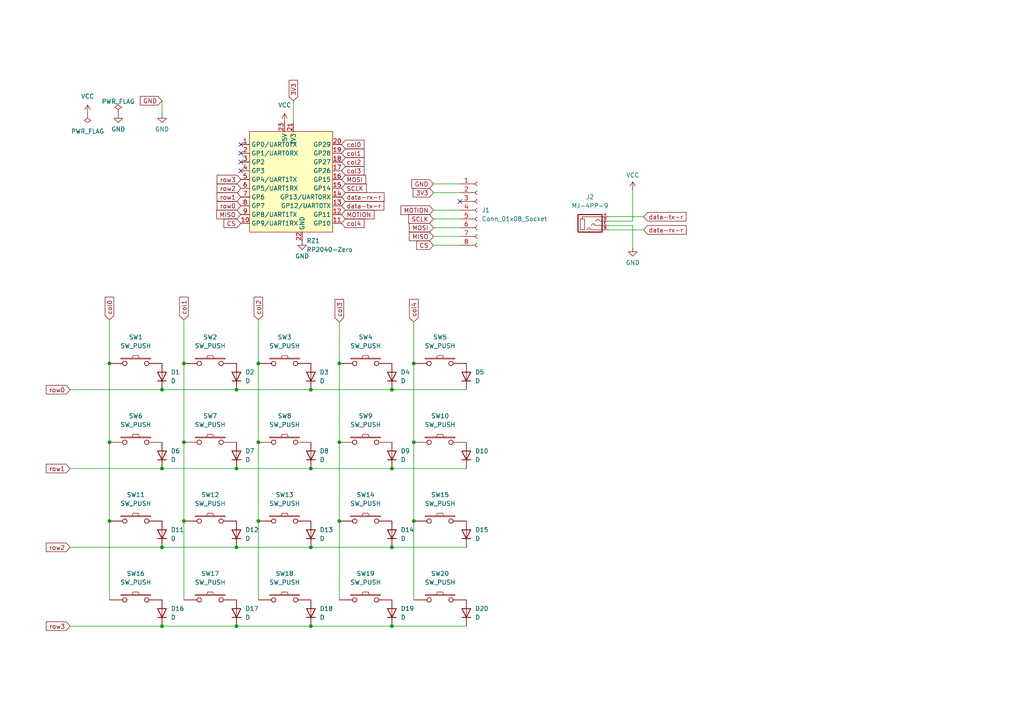
<source format=kicad_sch>
(kicad_sch (version 20230121) (generator eeschema)

  (uuid 3529b290-5177-4216-9dc6-c8171dc6140f)

  (paper "A4")

  (lib_symbols
    (symbol "Connector:Conn_01x08_Socket" (pin_names (offset 1.016) hide) (in_bom yes) (on_board yes)
      (property "Reference" "J" (at 0 10.16 0)
        (effects (font (size 1.27 1.27)))
      )
      (property "Value" "Conn_01x08_Socket" (at 0 -12.7 0)
        (effects (font (size 1.27 1.27)))
      )
      (property "Footprint" "" (at 0 0 0)
        (effects (font (size 1.27 1.27)) hide)
      )
      (property "Datasheet" "~" (at 0 0 0)
        (effects (font (size 1.27 1.27)) hide)
      )
      (property "ki_locked" "" (at 0 0 0)
        (effects (font (size 1.27 1.27)))
      )
      (property "ki_keywords" "connector" (at 0 0 0)
        (effects (font (size 1.27 1.27)) hide)
      )
      (property "ki_description" "Generic connector, single row, 01x08, script generated" (at 0 0 0)
        (effects (font (size 1.27 1.27)) hide)
      )
      (property "ki_fp_filters" "Connector*:*_1x??_*" (at 0 0 0)
        (effects (font (size 1.27 1.27)) hide)
      )
      (symbol "Conn_01x08_Socket_1_1"
        (arc (start 0 -9.652) (mid -0.5058 -10.16) (end 0 -10.668)
          (stroke (width 0.1524) (type default))
          (fill (type none))
        )
        (arc (start 0 -7.112) (mid -0.5058 -7.62) (end 0 -8.128)
          (stroke (width 0.1524) (type default))
          (fill (type none))
        )
        (arc (start 0 -4.572) (mid -0.5058 -5.08) (end 0 -5.588)
          (stroke (width 0.1524) (type default))
          (fill (type none))
        )
        (arc (start 0 -2.032) (mid -0.5058 -2.54) (end 0 -3.048)
          (stroke (width 0.1524) (type default))
          (fill (type none))
        )
        (polyline
          (pts
            (xy -1.27 -10.16)
            (xy -0.508 -10.16)
          )
          (stroke (width 0.1524) (type default))
          (fill (type none))
        )
        (polyline
          (pts
            (xy -1.27 -7.62)
            (xy -0.508 -7.62)
          )
          (stroke (width 0.1524) (type default))
          (fill (type none))
        )
        (polyline
          (pts
            (xy -1.27 -5.08)
            (xy -0.508 -5.08)
          )
          (stroke (width 0.1524) (type default))
          (fill (type none))
        )
        (polyline
          (pts
            (xy -1.27 -2.54)
            (xy -0.508 -2.54)
          )
          (stroke (width 0.1524) (type default))
          (fill (type none))
        )
        (polyline
          (pts
            (xy -1.27 0)
            (xy -0.508 0)
          )
          (stroke (width 0.1524) (type default))
          (fill (type none))
        )
        (polyline
          (pts
            (xy -1.27 2.54)
            (xy -0.508 2.54)
          )
          (stroke (width 0.1524) (type default))
          (fill (type none))
        )
        (polyline
          (pts
            (xy -1.27 5.08)
            (xy -0.508 5.08)
          )
          (stroke (width 0.1524) (type default))
          (fill (type none))
        )
        (polyline
          (pts
            (xy -1.27 7.62)
            (xy -0.508 7.62)
          )
          (stroke (width 0.1524) (type default))
          (fill (type none))
        )
        (arc (start 0 0.508) (mid -0.5058 0) (end 0 -0.508)
          (stroke (width 0.1524) (type default))
          (fill (type none))
        )
        (arc (start 0 3.048) (mid -0.5058 2.54) (end 0 2.032)
          (stroke (width 0.1524) (type default))
          (fill (type none))
        )
        (arc (start 0 5.588) (mid -0.5058 5.08) (end 0 4.572)
          (stroke (width 0.1524) (type default))
          (fill (type none))
        )
        (arc (start 0 8.128) (mid -0.5058 7.62) (end 0 7.112)
          (stroke (width 0.1524) (type default))
          (fill (type none))
        )
        (pin passive line (at -5.08 7.62 0) (length 3.81)
          (name "Pin_1" (effects (font (size 1.27 1.27))))
          (number "1" (effects (font (size 1.27 1.27))))
        )
        (pin passive line (at -5.08 5.08 0) (length 3.81)
          (name "Pin_2" (effects (font (size 1.27 1.27))))
          (number "2" (effects (font (size 1.27 1.27))))
        )
        (pin passive line (at -5.08 2.54 0) (length 3.81)
          (name "Pin_3" (effects (font (size 1.27 1.27))))
          (number "3" (effects (font (size 1.27 1.27))))
        )
        (pin passive line (at -5.08 0 0) (length 3.81)
          (name "Pin_4" (effects (font (size 1.27 1.27))))
          (number "4" (effects (font (size 1.27 1.27))))
        )
        (pin passive line (at -5.08 -2.54 0) (length 3.81)
          (name "Pin_5" (effects (font (size 1.27 1.27))))
          (number "5" (effects (font (size 1.27 1.27))))
        )
        (pin passive line (at -5.08 -5.08 0) (length 3.81)
          (name "Pin_6" (effects (font (size 1.27 1.27))))
          (number "6" (effects (font (size 1.27 1.27))))
        )
        (pin passive line (at -5.08 -7.62 0) (length 3.81)
          (name "Pin_7" (effects (font (size 1.27 1.27))))
          (number "7" (effects (font (size 1.27 1.27))))
        )
        (pin passive line (at -5.08 -10.16 0) (length 3.81)
          (name "Pin_8" (effects (font (size 1.27 1.27))))
          (number "8" (effects (font (size 1.27 1.27))))
        )
      )
    )
    (symbol "Device:D" (pin_numbers hide) (pin_names (offset 1.016) hide) (in_bom yes) (on_board yes)
      (property "Reference" "D" (at 0 2.54 0)
        (effects (font (size 1.27 1.27)))
      )
      (property "Value" "D" (at 0 -2.54 0)
        (effects (font (size 1.27 1.27)))
      )
      (property "Footprint" "" (at 0 0 0)
        (effects (font (size 1.27 1.27)) hide)
      )
      (property "Datasheet" "~" (at 0 0 0)
        (effects (font (size 1.27 1.27)) hide)
      )
      (property "Sim.Device" "D" (at 0 0 0)
        (effects (font (size 1.27 1.27)) hide)
      )
      (property "Sim.Pins" "1=K 2=A" (at 0 0 0)
        (effects (font (size 1.27 1.27)) hide)
      )
      (property "ki_keywords" "diode" (at 0 0 0)
        (effects (font (size 1.27 1.27)) hide)
      )
      (property "ki_description" "Diode" (at 0 0 0)
        (effects (font (size 1.27 1.27)) hide)
      )
      (property "ki_fp_filters" "TO-???* *_Diode_* *SingleDiode* D_*" (at 0 0 0)
        (effects (font (size 1.27 1.27)) hide)
      )
      (symbol "D_0_1"
        (polyline
          (pts
            (xy -1.27 1.27)
            (xy -1.27 -1.27)
          )
          (stroke (width 0.254) (type default))
          (fill (type none))
        )
        (polyline
          (pts
            (xy 1.27 0)
            (xy -1.27 0)
          )
          (stroke (width 0) (type default))
          (fill (type none))
        )
        (polyline
          (pts
            (xy 1.27 1.27)
            (xy 1.27 -1.27)
            (xy -1.27 0)
            (xy 1.27 1.27)
          )
          (stroke (width 0.254) (type default))
          (fill (type none))
        )
      )
      (symbol "D_1_1"
        (pin passive line (at -3.81 0 0) (length 2.54)
          (name "K" (effects (font (size 1.27 1.27))))
          (number "1" (effects (font (size 1.27 1.27))))
        )
        (pin passive line (at 3.81 0 180) (length 2.54)
          (name "A" (effects (font (size 1.27 1.27))))
          (number "2" (effects (font (size 1.27 1.27))))
        )
      )
    )
    (symbol "foostan_kbd:MJ-4PP-9" (pin_names (offset 1.016)) (in_bom yes) (on_board yes)
      (property "Reference" "J" (at 0 3.81 0)
        (effects (font (size 1.27 1.27)))
      )
      (property "Value" "MJ-4PP-9" (at 0 -3.81 0)
        (effects (font (size 1.27 1.27)))
      )
      (property "Footprint" "" (at 6.985 4.445 0)
        (effects (font (size 1.27 1.27)) hide)
      )
      (property "Datasheet" "~" (at 6.985 4.445 0)
        (effects (font (size 1.27 1.27)) hide)
      )
      (property "ki_keywords" "audio jack receptable stereo headphones TRRS connector" (at 0 0 0)
        (effects (font (size 1.27 1.27)) hide)
      )
      (property "ki_description" "4-pin (audio) jack receptable (stereo + 4th pin/TRRS connector), compatible with PJ320A" (at 0 0 0)
        (effects (font (size 1.27 1.27)) hide)
      )
      (symbol "MJ-4PP-9_0_1"
        (rectangle (start -1.905 -1.905) (end -3.175 1.27)
          (stroke (width 0) (type solid))
          (fill (type none))
        )
        (polyline
          (pts
            (xy -2.54 1.27)
            (xy -2.54 1.905)
            (xy 3.175 1.905)
          )
          (stroke (width 0) (type solid))
          (fill (type none))
        )
        (polyline
          (pts
            (xy -1.27 -1.905)
            (xy -0.635 -1.27)
            (xy 0 -1.905)
            (xy 3.175 -1.905)
          )
          (stroke (width 0) (type solid))
          (fill (type none))
        )
        (polyline
          (pts
            (xy 0 -0.635)
            (xy 0.635 0)
            (xy 1.27 -0.635)
            (xy 3.175 -0.635)
          )
          (stroke (width 0) (type solid))
          (fill (type none))
        )
        (polyline
          (pts
            (xy 1.27 0.635)
            (xy 1.905 1.27)
            (xy 2.54 0.635)
            (xy 3.175 0.635)
          )
          (stroke (width 0) (type solid))
          (fill (type none))
        )
        (rectangle (start 3.175 2.54) (end -3.81 -2.54)
          (stroke (width 0.3048) (type solid))
          (fill (type none))
        )
      )
      (symbol "MJ-4PP-9_1_1"
        (pin input line (at 5.08 1.905 180) (length 2.0066)
          (name "~" (effects (font (size 0.508 0.508))))
          (number "A" (effects (font (size 0.7112 0.7112))))
        )
        (pin input line (at 5.08 -1.905 180) (length 2.0066)
          (name "~" (effects (font (size 0.508 0.508))))
          (number "B" (effects (font (size 0.7112 0.7112))))
        )
        (pin input line (at 5.08 -0.635 180) (length 2.0066)
          (name "~" (effects (font (size 0.508 0.508))))
          (number "C" (effects (font (size 0.7112 0.7112))))
        )
        (pin input line (at 5.08 0.635 180) (length 2.0066)
          (name "~" (effects (font (size 0.508 0.508))))
          (number "D" (effects (font (size 0.7112 0.7112))))
        )
      )
    )
    (symbol "foostan_kbd:SW_PUSH" (pin_numbers hide) (pin_names (offset 1.016) hide) (in_bom yes) (on_board yes)
      (property "Reference" "SW" (at 3.81 2.794 0)
        (effects (font (size 1.27 1.27)))
      )
      (property "Value" "SW_PUSH" (at 0 -2.032 0)
        (effects (font (size 1.27 1.27)))
      )
      (property "Footprint" "" (at 0 0 0)
        (effects (font (size 1.27 1.27)))
      )
      (property "Datasheet" "" (at 0 0 0)
        (effects (font (size 1.27 1.27)))
      )
      (symbol "SW_PUSH_0_1"
        (rectangle (start -4.318 1.27) (end 4.318 1.524)
          (stroke (width 0) (type solid))
          (fill (type none))
        )
        (polyline
          (pts
            (xy -1.016 1.524)
            (xy -0.762 2.286)
            (xy 0.762 2.286)
            (xy 1.016 1.524)
          )
          (stroke (width 0) (type solid))
          (fill (type none))
        )
        (pin passive inverted (at -7.62 0 0) (length 5.08)
          (name "1" (effects (font (size 1.27 1.27))))
          (number "1" (effects (font (size 1.27 1.27))))
        )
        (pin passive inverted (at 7.62 0 180) (length 5.08)
          (name "2" (effects (font (size 1.27 1.27))))
          (number "2" (effects (font (size 1.27 1.27))))
        )
      )
    )
    (symbol "power:GND" (power) (pin_names (offset 0)) (in_bom yes) (on_board yes)
      (property "Reference" "#PWR" (at 0 -6.35 0)
        (effects (font (size 1.27 1.27)) hide)
      )
      (property "Value" "GND" (at 0 -3.81 0)
        (effects (font (size 1.27 1.27)))
      )
      (property "Footprint" "" (at 0 0 0)
        (effects (font (size 1.27 1.27)) hide)
      )
      (property "Datasheet" "" (at 0 0 0)
        (effects (font (size 1.27 1.27)) hide)
      )
      (property "ki_keywords" "global power" (at 0 0 0)
        (effects (font (size 1.27 1.27)) hide)
      )
      (property "ki_description" "Power symbol creates a global label with name \"GND\" , ground" (at 0 0 0)
        (effects (font (size 1.27 1.27)) hide)
      )
      (symbol "GND_0_1"
        (polyline
          (pts
            (xy 0 0)
            (xy 0 -1.27)
            (xy 1.27 -1.27)
            (xy 0 -2.54)
            (xy -1.27 -1.27)
            (xy 0 -1.27)
          )
          (stroke (width 0) (type default))
          (fill (type none))
        )
      )
      (symbol "GND_1_1"
        (pin power_in line (at 0 0 270) (length 0) hide
          (name "GND" (effects (font (size 1.27 1.27))))
          (number "1" (effects (font (size 1.27 1.27))))
        )
      )
    )
    (symbol "power:PWR_FLAG" (power) (pin_numbers hide) (pin_names (offset 0) hide) (in_bom yes) (on_board yes)
      (property "Reference" "#FLG" (at 0 1.905 0)
        (effects (font (size 1.27 1.27)) hide)
      )
      (property "Value" "PWR_FLAG" (at 0 3.81 0)
        (effects (font (size 1.27 1.27)))
      )
      (property "Footprint" "" (at 0 0 0)
        (effects (font (size 1.27 1.27)) hide)
      )
      (property "Datasheet" "~" (at 0 0 0)
        (effects (font (size 1.27 1.27)) hide)
      )
      (property "ki_keywords" "flag power" (at 0 0 0)
        (effects (font (size 1.27 1.27)) hide)
      )
      (property "ki_description" "Special symbol for telling ERC where power comes from" (at 0 0 0)
        (effects (font (size 1.27 1.27)) hide)
      )
      (symbol "PWR_FLAG_0_0"
        (pin power_out line (at 0 0 90) (length 0)
          (name "pwr" (effects (font (size 1.27 1.27))))
          (number "1" (effects (font (size 1.27 1.27))))
        )
      )
      (symbol "PWR_FLAG_0_1"
        (polyline
          (pts
            (xy 0 0)
            (xy 0 1.27)
            (xy -1.016 1.905)
            (xy 0 2.54)
            (xy 1.016 1.905)
            (xy 0 1.27)
          )
          (stroke (width 0) (type default))
          (fill (type none))
        )
      )
    )
    (symbol "power:VCC" (power) (pin_names (offset 0)) (in_bom yes) (on_board yes)
      (property "Reference" "#PWR" (at 0 -3.81 0)
        (effects (font (size 1.27 1.27)) hide)
      )
      (property "Value" "VCC" (at 0 3.81 0)
        (effects (font (size 1.27 1.27)))
      )
      (property "Footprint" "" (at 0 0 0)
        (effects (font (size 1.27 1.27)) hide)
      )
      (property "Datasheet" "" (at 0 0 0)
        (effects (font (size 1.27 1.27)) hide)
      )
      (property "ki_keywords" "global power" (at 0 0 0)
        (effects (font (size 1.27 1.27)) hide)
      )
      (property "ki_description" "Power symbol creates a global label with name \"VCC\"" (at 0 0 0)
        (effects (font (size 1.27 1.27)) hide)
      )
      (symbol "VCC_0_1"
        (polyline
          (pts
            (xy -0.762 1.27)
            (xy 0 2.54)
          )
          (stroke (width 0) (type default))
          (fill (type none))
        )
        (polyline
          (pts
            (xy 0 0)
            (xy 0 2.54)
          )
          (stroke (width 0) (type default))
          (fill (type none))
        )
        (polyline
          (pts
            (xy 0 2.54)
            (xy 0.762 1.27)
          )
          (stroke (width 0) (type default))
          (fill (type none))
        )
      )
      (symbol "VCC_1_1"
        (pin power_in line (at 0 0 90) (length 0) hide
          (name "VCC" (effects (font (size 1.27 1.27))))
          (number "1" (effects (font (size 1.27 1.27))))
        )
      )
    )
    (symbol "rp2040-zero:RP2040-Zero" (in_bom yes) (on_board yes)
      (property "Reference" "RZ1" (at 5.08 -17.78 0)
        (effects (font (size 1.27 1.27)) (justify left))
      )
      (property "Value" "RP2040-Zero" (at 5.08 -20.32 0)
        (effects (font (size 1.27 1.27)) (justify left))
      )
      (property "Footprint" "evoroll:RP2040-Zero" (at 5.08 -22.86 0)
        (effects (font (size 1.27 1.27)) (justify left) hide)
      )
      (property "Datasheet" "" (at 0 0 0)
        (effects (font (size 1.27 1.27)) hide)
      )
      (symbol "RP2040-Zero_0_1"
        (rectangle (start -11.43 13.97) (end 12.7 -15.24)
          (stroke (width 0) (type default))
          (fill (type background))
        )
      )
      (symbol "RP2040-Zero_1_1"
        (pin bidirectional line (at -13.97 10.16 0) (length 2.54)
          (name "GP0/UART0TX" (effects (font (size 1.27 1.27))))
          (number "1" (effects (font (size 1.27 1.27))))
        )
        (pin bidirectional line (at -13.97 -12.7 0) (length 2.54)
          (name "GP9/UART1RX" (effects (font (size 1.27 1.27))))
          (number "10" (effects (font (size 1.27 1.27))))
        )
        (pin bidirectional line (at 15.24 -12.7 180) (length 2.54)
          (name "GP10" (effects (font (size 1.27 1.27))))
          (number "11" (effects (font (size 1.27 1.27))))
        )
        (pin bidirectional line (at 15.24 -10.16 180) (length 2.54)
          (name "GP11" (effects (font (size 1.27 1.27))))
          (number "12" (effects (font (size 1.27 1.27))))
        )
        (pin bidirectional line (at 15.24 -7.62 180) (length 2.54)
          (name "GP12/UART0TX" (effects (font (size 1.27 1.27))))
          (number "13" (effects (font (size 1.27 1.27))))
        )
        (pin bidirectional line (at 15.24 -5.08 180) (length 2.54)
          (name "GP13/UART0RX" (effects (font (size 1.27 1.27))))
          (number "14" (effects (font (size 1.27 1.27))))
        )
        (pin bidirectional line (at 15.24 -2.54 180) (length 2.54)
          (name "GP14" (effects (font (size 1.27 1.27))))
          (number "15" (effects (font (size 1.27 1.27))))
        )
        (pin bidirectional line (at 15.24 0 180) (length 2.54)
          (name "GP15" (effects (font (size 1.27 1.27))))
          (number "16" (effects (font (size 1.27 1.27))))
        )
        (pin bidirectional line (at 15.24 2.54 180) (length 2.54)
          (name "GP26" (effects (font (size 1.27 1.27))))
          (number "17" (effects (font (size 1.27 1.27))))
        )
        (pin bidirectional line (at 15.24 5.08 180) (length 2.54)
          (name "GP27" (effects (font (size 1.27 1.27))))
          (number "18" (effects (font (size 1.27 1.27))))
        )
        (pin bidirectional line (at 15.24 7.62 180) (length 2.54)
          (name "GP28" (effects (font (size 1.27 1.27))))
          (number "19" (effects (font (size 1.27 1.27))))
        )
        (pin bidirectional line (at -13.97 7.62 0) (length 2.54)
          (name "GP1/UART0RX" (effects (font (size 1.27 1.27))))
          (number "2" (effects (font (size 1.27 1.27))))
        )
        (pin bidirectional line (at 15.24 10.16 180) (length 2.54)
          (name "GP29" (effects (font (size 1.27 1.27))))
          (number "20" (effects (font (size 1.27 1.27))))
        )
        (pin power_out line (at 1.27 16.51 270) (length 2.54)
          (name "3V3" (effects (font (size 1.27 1.27))))
          (number "21" (effects (font (size 1.27 1.27))))
        )
        (pin power_in line (at 3.81 -17.78 90) (length 2.54)
          (name "GND" (effects (font (size 1.27 1.27))))
          (number "22" (effects (font (size 1.27 1.27))))
        )
        (pin power_in line (at -1.27 16.51 270) (length 2.54)
          (name "5V" (effects (font (size 1.27 1.27))))
          (number "23" (effects (font (size 1.27 1.27))))
        )
        (pin bidirectional line (at -13.97 5.08 0) (length 2.54)
          (name "GP2" (effects (font (size 1.27 1.27))))
          (number "3" (effects (font (size 1.27 1.27))))
        )
        (pin bidirectional line (at -13.97 2.54 0) (length 2.54)
          (name "GP3" (effects (font (size 1.27 1.27))))
          (number "4" (effects (font (size 1.27 1.27))))
        )
        (pin bidirectional line (at -13.97 0 0) (length 2.54)
          (name "GP4/UART1TX" (effects (font (size 1.27 1.27))))
          (number "5" (effects (font (size 1.27 1.27))))
        )
        (pin bidirectional line (at -13.97 -2.54 0) (length 2.54)
          (name "GP5/UART1RX" (effects (font (size 1.27 1.27))))
          (number "6" (effects (font (size 1.27 1.27))))
        )
        (pin bidirectional line (at -13.97 -5.08 0) (length 2.54)
          (name "GP6" (effects (font (size 1.27 1.27))))
          (number "7" (effects (font (size 1.27 1.27))))
        )
        (pin bidirectional line (at -13.97 -7.62 0) (length 2.54)
          (name "GP7" (effects (font (size 1.27 1.27))))
          (number "8" (effects (font (size 1.27 1.27))))
        )
        (pin bidirectional line (at -13.97 -10.16 0) (length 2.54)
          (name "GP8/UART1TX" (effects (font (size 1.27 1.27))))
          (number "9" (effects (font (size 1.27 1.27))))
        )
      )
    )
  )

  (junction (at 46.99 181.61) (diameter 0) (color 0 0 0 0)
    (uuid 065d42b9-f738-41a5-8dff-282816f684f9)
  )
  (junction (at 46.99 135.89) (diameter 0) (color 0 0 0 0)
    (uuid 0fe35892-43c8-4ed3-abc2-2318a3d1a9dc)
  )
  (junction (at 68.58 158.75) (diameter 0) (color 0 0 0 0)
    (uuid 1abf200f-6f33-4472-9323-c1a335be12c4)
  )
  (junction (at 113.665 135.89) (diameter 0) (color 0 0 0 0)
    (uuid 2b68d892-5215-4da7-ad5c-0629ff7b14d0)
  )
  (junction (at 90.17 181.61) (diameter 0) (color 0 0 0 0)
    (uuid 313a1cf4-8c76-4c0e-a40d-e4c010bc906e)
  )
  (junction (at 120.015 128.27) (diameter 0) (color 0 0 0 0)
    (uuid 321d5077-2a01-4032-851d-0b2840de0b7b)
  )
  (junction (at 98.425 128.27) (diameter 0) (color 0 0 0 0)
    (uuid 38604f59-90ac-448c-8bd3-873c726394ac)
  )
  (junction (at 113.665 181.61) (diameter 0) (color 0 0 0 0)
    (uuid 541f5a3c-8cfc-4ee5-9512-8cd452fb58f1)
  )
  (junction (at 98.425 105.41) (diameter 0) (color 0 0 0 0)
    (uuid 5c11bcd8-4e73-4d30-9744-e97f61a5becd)
  )
  (junction (at 46.99 113.03) (diameter 0) (color 0 0 0 0)
    (uuid 664b1a7f-7bd3-410b-bbcb-d8177c06cbf4)
  )
  (junction (at 31.75 105.41) (diameter 0) (color 0 0 0 0)
    (uuid 6795cac8-6276-4134-8d38-89402e81659e)
  )
  (junction (at 74.93 128.27) (diameter 0) (color 0 0 0 0)
    (uuid 7fd8e618-7ccc-42e3-b9ab-457f81dad387)
  )
  (junction (at 74.93 151.13) (diameter 0) (color 0 0 0 0)
    (uuid 81dd026e-c3ae-440e-bd01-58d3b8c97294)
  )
  (junction (at 46.99 158.75) (diameter 0) (color 0 0 0 0)
    (uuid 8b3513aa-19c9-433b-a350-85b1ea92abf9)
  )
  (junction (at 74.93 105.41) (diameter 0) (color 0 0 0 0)
    (uuid 8e7add90-87a2-4fd9-be64-23cf6d54daa8)
  )
  (junction (at 68.58 135.89) (diameter 0) (color 0 0 0 0)
    (uuid 8f08c9ed-f333-4c96-8243-3fc0e624ed4b)
  )
  (junction (at 98.425 151.13) (diameter 0) (color 0 0 0 0)
    (uuid 92dd7103-21d7-44b1-8a64-2d04039d597d)
  )
  (junction (at 90.17 158.75) (diameter 0) (color 0 0 0 0)
    (uuid 94305e0b-83e7-49a6-be8f-99a167a0b08b)
  )
  (junction (at 53.34 151.13) (diameter 0) (color 0 0 0 0)
    (uuid 9b9cf49b-574b-44cc-bd60-f93d12907e30)
  )
  (junction (at 31.75 128.27) (diameter 0) (color 0 0 0 0)
    (uuid 9c548a45-be8b-40af-b6c9-dea496178177)
  )
  (junction (at 53.34 128.27) (diameter 0) (color 0 0 0 0)
    (uuid a0d19a5f-750a-4861-989b-09848de91e2e)
  )
  (junction (at 120.015 105.41) (diameter 0) (color 0 0 0 0)
    (uuid aa9f47e1-2cc0-4c7c-8f06-bfd99099fcdd)
  )
  (junction (at 113.665 158.75) (diameter 0) (color 0 0 0 0)
    (uuid ae2cbb6e-b84c-4b61-b792-54edefc69639)
  )
  (junction (at 120.015 151.13) (diameter 0) (color 0 0 0 0)
    (uuid b3909f97-6e40-4222-8356-b8eccc1e3162)
  )
  (junction (at 31.75 151.13) (diameter 0) (color 0 0 0 0)
    (uuid b8351ae5-18d2-4b83-af8a-9ef89155f4c4)
  )
  (junction (at 53.34 105.41) (diameter 0) (color 0 0 0 0)
    (uuid b9b81feb-0974-4826-9074-638be740324a)
  )
  (junction (at 90.17 135.89) (diameter 0) (color 0 0 0 0)
    (uuid bb68afdd-8d40-49a8-b6d6-b9ae315d9dd5)
  )
  (junction (at 113.665 113.03) (diameter 0) (color 0 0 0 0)
    (uuid c2c1a0c5-1864-4dde-974e-59da9be50f45)
  )
  (junction (at 68.58 181.61) (diameter 0) (color 0 0 0 0)
    (uuid df0590c3-d48b-4d9d-bd15-c4817bc83c33)
  )
  (junction (at 90.17 113.03) (diameter 0) (color 0 0 0 0)
    (uuid e24485c8-1df6-4503-a8d1-f736f03a0a80)
  )
  (junction (at 68.58 113.03) (diameter 0) (color 0 0 0 0)
    (uuid e4035a32-ac0e-4f1c-998e-18f1a54137c5)
  )

  (no_connect (at 69.85 49.53) (uuid 268a6209-7c3f-4ac3-9625-acd12eb2fdfd))
  (no_connect (at 69.85 41.91) (uuid 59bef8ef-3923-4c21-96c0-b35671e6301b))
  (no_connect (at 133.35 58.42) (uuid b47d5891-80ab-427c-a9ed-78af6cb7a792))
  (no_connect (at 69.85 46.99) (uuid ee880f95-a311-4799-8067-e5db04a849b5))
  (no_connect (at 69.85 44.45) (uuid fc2d6275-20be-40cb-a913-afd4f6f833fd))

  (wire (pts (xy 113.665 181.61) (xy 135.255 181.61))
    (stroke (width 0) (type default))
    (uuid 01f8bebc-54b9-439e-9d6f-d54408fa356c)
  )
  (wire (pts (xy 53.34 128.27) (xy 53.34 151.13))
    (stroke (width 0) (type default))
    (uuid 04b7c5bd-0278-4eb9-a474-e81de3502396)
  )
  (wire (pts (xy 98.425 93.345) (xy 98.425 105.41))
    (stroke (width 0) (type default))
    (uuid 05269545-3a24-43ed-855f-e7493838d7e6)
  )
  (wire (pts (xy 176.53 66.675) (xy 186.69 66.675))
    (stroke (width 0) (type default))
    (uuid 111fe348-36df-483b-8bb8-83f76c5f6eb6)
  )
  (wire (pts (xy 46.99 113.03) (xy 68.58 113.03))
    (stroke (width 0) (type default))
    (uuid 1445e5c5-ff47-48e6-b724-3b678f38358c)
  )
  (wire (pts (xy 46.99 158.75) (xy 68.58 158.75))
    (stroke (width 0) (type default))
    (uuid 18ef812b-1367-4b0f-9786-676d9bafe374)
  )
  (wire (pts (xy 31.75 92.71) (xy 31.75 105.41))
    (stroke (width 0) (type default))
    (uuid 1b5867e0-49cc-4c3f-b02e-f8998cf7e6be)
  )
  (wire (pts (xy 125.73 63.5) (xy 133.35 63.5))
    (stroke (width 0) (type default))
    (uuid 1d5e5722-9c78-4883-a488-d51358d022a6)
  )
  (wire (pts (xy 46.99 181.61) (xy 68.58 181.61))
    (stroke (width 0) (type default))
    (uuid 289f37f1-25a4-4dd1-895c-b08041f57405)
  )
  (wire (pts (xy 90.17 181.61) (xy 113.665 181.61))
    (stroke (width 0) (type default))
    (uuid 2b5b6c4c-a529-4a37-9de9-068ed7fda70c)
  )
  (wire (pts (xy 68.58 158.75) (xy 90.17 158.75))
    (stroke (width 0) (type default))
    (uuid 3160eda9-82d1-463b-b821-2735103da3e2)
  )
  (wire (pts (xy 20.32 158.75) (xy 46.99 158.75))
    (stroke (width 0) (type default))
    (uuid 372eecba-a44d-4ce9-b1d8-b130a794407e)
  )
  (wire (pts (xy 68.58 113.03) (xy 90.17 113.03))
    (stroke (width 0) (type default))
    (uuid 3b1b6ce3-0574-41ed-9488-04ed9d52134e)
  )
  (wire (pts (xy 53.34 92.71) (xy 53.34 105.41))
    (stroke (width 0) (type default))
    (uuid 41e0116f-fd28-419d-b55a-98da236d4152)
  )
  (wire (pts (xy 183.515 65.405) (xy 183.515 71.755))
    (stroke (width 0) (type default))
    (uuid 42d9237c-d010-43be-b013-39727cfa412a)
  )
  (wire (pts (xy 113.665 135.89) (xy 135.255 135.89))
    (stroke (width 0) (type default))
    (uuid 430753b3-e4ec-44ff-91de-4d3c60e2259b)
  )
  (wire (pts (xy 90.17 158.75) (xy 113.665 158.75))
    (stroke (width 0) (type default))
    (uuid 43637a9f-6a62-4efd-9423-6a9e7719292e)
  )
  (wire (pts (xy 120.015 105.41) (xy 120.015 128.27))
    (stroke (width 0) (type default))
    (uuid 4e99737d-a5a7-4e93-8af1-04d551d5e00c)
  )
  (wire (pts (xy 68.58 135.89) (xy 90.17 135.89))
    (stroke (width 0) (type default))
    (uuid 53174e98-8dca-45e1-9ce6-ec997bb32430)
  )
  (wire (pts (xy 125.73 55.88) (xy 133.35 55.88))
    (stroke (width 0) (type default))
    (uuid 63f9b378-b96b-4a4f-a5aa-014c37a58df9)
  )
  (wire (pts (xy 31.75 105.41) (xy 31.75 128.27))
    (stroke (width 0) (type default))
    (uuid 6d7b5a46-1f09-49c2-ab56-17b5765607cd)
  )
  (wire (pts (xy 85.09 29.21) (xy 85.09 35.56))
    (stroke (width 0) (type default))
    (uuid 709f6e93-ee92-4415-bdbe-a5657578eb76)
  )
  (wire (pts (xy 74.93 151.13) (xy 74.93 173.99))
    (stroke (width 0) (type default))
    (uuid 7376e681-f241-4452-9e4e-093c22b731f3)
  )
  (wire (pts (xy 125.73 68.58) (xy 133.35 68.58))
    (stroke (width 0) (type default))
    (uuid 7792636f-aad7-4053-869b-24233ba24932)
  )
  (wire (pts (xy 120.015 93.345) (xy 120.015 105.41))
    (stroke (width 0) (type default))
    (uuid 7b656d23-5739-41ff-8570-870c1a6e7ad5)
  )
  (wire (pts (xy 176.53 62.865) (xy 186.69 62.865))
    (stroke (width 0) (type default))
    (uuid 7e4862c3-9267-4e3f-868b-24c2906772cb)
  )
  (wire (pts (xy 125.73 60.96) (xy 133.35 60.96))
    (stroke (width 0) (type default))
    (uuid 85c97a13-4c50-4935-9ce1-51c11cd9c432)
  )
  (wire (pts (xy 46.99 135.89) (xy 68.58 135.89))
    (stroke (width 0) (type default))
    (uuid 8b865eb8-d357-4c25-97bb-cc11a1572e36)
  )
  (wire (pts (xy 20.32 113.03) (xy 46.99 113.03))
    (stroke (width 0) (type default))
    (uuid 8ef4fbc7-58f1-429b-98b0-47601c0a6769)
  )
  (wire (pts (xy 176.53 64.135) (xy 183.515 64.135))
    (stroke (width 0) (type default))
    (uuid 92ab9fe5-ef80-4ffa-b6ff-c5457a0dbd4b)
  )
  (wire (pts (xy 125.73 66.04) (xy 133.35 66.04))
    (stroke (width 0) (type default))
    (uuid 9376fae5-4d11-4a42-b694-907dcca9491e)
  )
  (wire (pts (xy 98.425 151.13) (xy 98.425 173.99))
    (stroke (width 0) (type default))
    (uuid 94919a05-e3b8-4552-84e6-3ee2ee400ba0)
  )
  (wire (pts (xy 31.75 151.13) (xy 31.75 173.99))
    (stroke (width 0) (type default))
    (uuid 9645ccf2-ab1a-4266-b36b-0ce9166bafad)
  )
  (wire (pts (xy 98.425 128.27) (xy 98.425 151.13))
    (stroke (width 0) (type default))
    (uuid 999588a2-e411-43fc-a764-f21f815ea6dd)
  )
  (wire (pts (xy 113.665 113.03) (xy 135.255 113.03))
    (stroke (width 0) (type default))
    (uuid 99c47b74-aa51-4739-8cb1-273d83749820)
  )
  (wire (pts (xy 20.32 135.89) (xy 46.99 135.89))
    (stroke (width 0) (type default))
    (uuid 9cddc5a0-f6d7-4e5b-9b5a-6ae6f02dff0c)
  )
  (wire (pts (xy 46.99 29.21) (xy 46.99 33.02))
    (stroke (width 0) (type default))
    (uuid af6d7942-1e8a-4e2c-808d-daaa96921ea3)
  )
  (wire (pts (xy 20.32 181.61) (xy 46.99 181.61))
    (stroke (width 0) (type default))
    (uuid b26fd626-1678-4980-9e7a-b38e5dccd1ae)
  )
  (wire (pts (xy 125.73 71.12) (xy 133.35 71.12))
    (stroke (width 0) (type default))
    (uuid b6c6eb7c-95c0-4330-ad9c-80404194be51)
  )
  (wire (pts (xy 53.34 105.41) (xy 53.34 128.27))
    (stroke (width 0) (type default))
    (uuid bc9c2302-71e7-42bb-9a3f-03122e077327)
  )
  (wire (pts (xy 31.75 128.27) (xy 31.75 151.13))
    (stroke (width 0) (type default))
    (uuid bfc4d4f5-e2a9-47b4-89db-b8ca8d37315c)
  )
  (wire (pts (xy 120.015 151.13) (xy 120.015 173.99))
    (stroke (width 0) (type default))
    (uuid c1d4fc33-195e-4398-a34f-14fad3072386)
  )
  (wire (pts (xy 113.665 158.75) (xy 135.255 158.75))
    (stroke (width 0) (type default))
    (uuid c2cbd720-93a4-49e2-863f-2e4b3f276f3f)
  )
  (wire (pts (xy 183.515 64.135) (xy 183.515 55.245))
    (stroke (width 0) (type default))
    (uuid d21f384e-4eb4-4563-83d9-83343bf66f25)
  )
  (wire (pts (xy 74.93 92.71) (xy 74.93 105.41))
    (stroke (width 0) (type default))
    (uuid d4191291-8707-40f1-ac1a-90b52a72d39b)
  )
  (wire (pts (xy 125.73 53.34) (xy 133.35 53.34))
    (stroke (width 0) (type default))
    (uuid d50c1a14-4fc5-43b0-be2d-a42aaaf8e745)
  )
  (wire (pts (xy 68.58 181.61) (xy 90.17 181.61))
    (stroke (width 0) (type default))
    (uuid d7200e04-dd8f-4962-8a02-788ac6c77c02)
  )
  (wire (pts (xy 53.34 151.13) (xy 53.34 173.99))
    (stroke (width 0) (type default))
    (uuid dbe9bc39-8ac0-48b2-81ce-91e05052834c)
  )
  (wire (pts (xy 74.93 105.41) (xy 74.93 128.27))
    (stroke (width 0) (type default))
    (uuid dcbc0f0b-7a94-4820-98a5-2ae5adc8ce73)
  )
  (wire (pts (xy 90.17 113.03) (xy 113.665 113.03))
    (stroke (width 0) (type default))
    (uuid eee4b0f0-9c52-4707-8100-5412b4e87cbe)
  )
  (wire (pts (xy 98.425 105.41) (xy 98.425 128.27))
    (stroke (width 0) (type default))
    (uuid f2ad1b91-f4b5-4cad-9f5f-6e31f7e940dd)
  )
  (wire (pts (xy 120.015 128.27) (xy 120.015 151.13))
    (stroke (width 0) (type default))
    (uuid f3b5c304-0292-46ce-b476-88b6b7923690)
  )
  (wire (pts (xy 74.93 128.27) (xy 74.93 151.13))
    (stroke (width 0) (type default))
    (uuid f48ac353-1fe5-435f-a44f-6cb41a7df592)
  )
  (wire (pts (xy 90.17 135.89) (xy 113.665 135.89))
    (stroke (width 0) (type default))
    (uuid f5d40066-ad0f-41ab-a617-0affe1781e54)
  )
  (wire (pts (xy 176.53 65.405) (xy 183.515 65.405))
    (stroke (width 0) (type default))
    (uuid f60f6665-c107-4966-9450-6d53f0eb2144)
  )

  (global_label "SCLK" (shape input) (at 99.06 54.61 0) (fields_autoplaced)
    (effects (font (size 1.27 1.27)) (justify left))
    (uuid 03c93eb3-4b4b-4e81-9068-b5c00d560514)
    (property "Intersheetrefs" "${INTERSHEET_REFS}" (at 106.8228 54.61 0)
      (effects (font (size 1.27 1.27)) (justify left) hide)
    )
    (property "シート間のリファレンス" "${INTERSHEET_REFS}" (at 99.06 56.8008 0)
      (effects (font (size 1.27 1.27)) (justify left) hide)
    )
  )
  (global_label "3V3" (shape input) (at 125.73 55.88 180) (fields_autoplaced)
    (effects (font (size 1.27 1.27)) (justify right))
    (uuid 03d98ac0-eaa4-4fb0-9172-7f57cc8c664b)
    (property "Intersheetrefs" "${INTERSHEET_REFS}" (at 119.2372 55.88 0)
      (effects (font (size 1.27 1.27)) (justify right) hide)
    )
    (property "シート間のリファレンス" "${INTERSHEET_REFS}" (at 125.73 58.0708 0)
      (effects (font (size 1.27 1.27)) (justify right) hide)
    )
  )
  (global_label "col3" (shape input) (at 98.425 93.345 90) (fields_autoplaced)
    (effects (font (size 1.27 1.27)) (justify left))
    (uuid 0b543b7a-e1f9-4a15-ac7e-56805bd19938)
    (property "Intersheetrefs" "${INTERSHEET_REFS}" (at 98.425 86.2475 90)
      (effects (font (size 1.27 1.27)) (justify left) hide)
    )
    (property "シート間のリファレンス" "${INTERSHEET_REFS}" (at 100.6158 93.345 90)
      (effects (font (size 1.27 1.27)) (justify left) hide)
    )
  )
  (global_label "MOTION" (shape input) (at 125.73 60.96 180) (fields_autoplaced)
    (effects (font (size 1.27 1.27)) (justify right))
    (uuid 1fa42bcb-2cb7-4fe9-a387-07175a794366)
    (property "Intersheetrefs" "${INTERSHEET_REFS}" (at 115.7295 60.96 0)
      (effects (font (size 1.27 1.27)) (justify right) hide)
    )
    (property "シート間のリファレンス" "${INTERSHEET_REFS}" (at 125.73 63.1508 0)
      (effects (font (size 1.27 1.27)) (justify right) hide)
    )
  )
  (global_label "data-rx-r" (shape input) (at 186.69 66.675 0) (fields_autoplaced)
    (effects (font (size 1.27 1.27)) (justify left))
    (uuid 20f9e15b-1e6d-4f67-9ace-f0df0bee03da)
    (property "Intersheetrefs" "${INTERSHEET_REFS}" (at 199.5932 66.675 0)
      (effects (font (size 1.27 1.27)) (justify left) hide)
    )
  )
  (global_label "CS" (shape input) (at 125.73 71.12 180) (fields_autoplaced)
    (effects (font (size 1.27 1.27)) (justify right))
    (uuid 278cb886-4925-418b-bde4-9dbcc69f4bf1)
    (property "Intersheetrefs" "${INTERSHEET_REFS}" (at 120.2653 71.12 0)
      (effects (font (size 1.27 1.27)) (justify right) hide)
    )
    (property "シート間のリファレンス" "${INTERSHEET_REFS}" (at 125.73 73.3108 0)
      (effects (font (size 1.27 1.27)) (justify right) hide)
    )
  )
  (global_label "row1" (shape input) (at 69.85 57.15 180) (fields_autoplaced)
    (effects (font (size 1.27 1.27)) (justify right))
    (uuid 3110286c-0830-4907-9542-82b602b9ed66)
    (property "Intersheetrefs" "${INTERSHEET_REFS}" (at 62.3896 57.15 0)
      (effects (font (size 1.27 1.27)) (justify right) hide)
    )
    (property "シート間のリファレンス" "${INTERSHEET_REFS}" (at 69.85 59.3408 0)
      (effects (font (size 1.27 1.27)) (justify right) hide)
    )
  )
  (global_label "CS" (shape input) (at 69.85 64.77 180) (fields_autoplaced)
    (effects (font (size 1.27 1.27)) (justify right))
    (uuid 367f3a99-b274-4f11-9b90-5c98890ae639)
    (property "Intersheetrefs" "${INTERSHEET_REFS}" (at 64.3853 64.77 0)
      (effects (font (size 1.27 1.27)) (justify right) hide)
    )
    (property "シート間のリファレンス" "${INTERSHEET_REFS}" (at 69.85 66.9608 0)
      (effects (font (size 1.27 1.27)) (justify right) hide)
    )
  )
  (global_label "row3" (shape input) (at 20.32 181.61 180) (fields_autoplaced)
    (effects (font (size 1.27 1.27)) (justify right))
    (uuid 3a1c74f1-7118-4c04-b536-1d0bfeb82e66)
    (property "Intersheetrefs" "${INTERSHEET_REFS}" (at 12.8596 181.61 0)
      (effects (font (size 1.27 1.27)) (justify right) hide)
    )
    (property "シート間のリファレンス" "${INTERSHEET_REFS}" (at 20.32 183.8008 0)
      (effects (font (size 1.27 1.27)) (justify right) hide)
    )
  )
  (global_label "row2" (shape input) (at 20.32 158.75 180) (fields_autoplaced)
    (effects (font (size 1.27 1.27)) (justify right))
    (uuid 53ac7afa-ee24-4961-b4fc-260a8f2e881a)
    (property "Intersheetrefs" "${INTERSHEET_REFS}" (at 12.8596 158.75 0)
      (effects (font (size 1.27 1.27)) (justify right) hide)
    )
    (property "シート間のリファレンス" "${INTERSHEET_REFS}" (at 20.32 160.9408 0)
      (effects (font (size 1.27 1.27)) (justify right) hide)
    )
  )
  (global_label "col3" (shape input) (at 99.06 49.53 0) (fields_autoplaced)
    (effects (font (size 1.27 1.27)) (justify left))
    (uuid 5a99185f-b48e-429a-b692-aa7a4d5ab0ed)
    (property "Intersheetrefs" "${INTERSHEET_REFS}" (at 106.1575 49.53 0)
      (effects (font (size 1.27 1.27)) (justify left) hide)
    )
    (property "シート間のリファレンス" "${INTERSHEET_REFS}" (at 99.06 51.7208 0)
      (effects (font (size 1.27 1.27)) (justify left) hide)
    )
  )
  (global_label "row3" (shape input) (at 69.85 52.07 180) (fields_autoplaced)
    (effects (font (size 1.27 1.27)) (justify right))
    (uuid 6486387b-c42a-4e0e-83fa-e374988029e6)
    (property "Intersheetrefs" "${INTERSHEET_REFS}" (at 62.3896 52.07 0)
      (effects (font (size 1.27 1.27)) (justify right) hide)
    )
    (property "シート間のリファレンス" "${INTERSHEET_REFS}" (at 69.85 54.2608 0)
      (effects (font (size 1.27 1.27)) (justify right) hide)
    )
  )
  (global_label "col1" (shape input) (at 99.06 44.45 0) (fields_autoplaced)
    (effects (font (size 1.27 1.27)) (justify left))
    (uuid 65f8bb14-63ea-4aec-b0bb-020e33710c4a)
    (property "Intersheetrefs" "${INTERSHEET_REFS}" (at 106.1575 44.45 0)
      (effects (font (size 1.27 1.27)) (justify left) hide)
    )
    (property "シート間のリファレンス" "${INTERSHEET_REFS}" (at 99.06 46.6408 0)
      (effects (font (size 1.27 1.27)) (justify left) hide)
    )
  )
  (global_label "data-tx-r" (shape input) (at 186.69 62.865 0) (fields_autoplaced)
    (effects (font (size 1.27 1.27)) (justify left))
    (uuid 71aa609e-0644-4daa-b58b-09b985fdd398)
    (property "Intersheetrefs" "${INTERSHEET_REFS}" (at 199.5327 62.865 0)
      (effects (font (size 1.27 1.27)) (justify left) hide)
    )
  )
  (global_label "col4" (shape input) (at 120.015 93.345 90) (fields_autoplaced)
    (effects (font (size 1.27 1.27)) (justify left))
    (uuid 7214460a-1a00-40a6-ab3a-98fc3fbbed96)
    (property "Intersheetrefs" "${INTERSHEET_REFS}" (at 120.015 86.2475 90)
      (effects (font (size 1.27 1.27)) (justify left) hide)
    )
    (property "シート間のリファレンス" "${INTERSHEET_REFS}" (at 122.2058 93.345 90)
      (effects (font (size 1.27 1.27)) (justify left) hide)
    )
  )
  (global_label "MOTION" (shape input) (at 99.06 62.23 0) (fields_autoplaced)
    (effects (font (size 1.27 1.27)) (justify left))
    (uuid 7596f95e-28f6-43c4-a51e-a440c23a0a37)
    (property "Intersheetrefs" "${INTERSHEET_REFS}" (at 109.0605 62.23 0)
      (effects (font (size 1.27 1.27)) (justify left) hide)
    )
    (property "シート間のリファレンス" "${INTERSHEET_REFS}" (at 99.06 64.4208 0)
      (effects (font (size 1.27 1.27)) (justify left) hide)
    )
  )
  (global_label "col0" (shape input) (at 99.06 41.91 0) (fields_autoplaced)
    (effects (font (size 1.27 1.27)) (justify left))
    (uuid 79e15b88-ba21-455f-937c-bd4b160fac3e)
    (property "Intersheetrefs" "${INTERSHEET_REFS}" (at 106.1575 41.91 0)
      (effects (font (size 1.27 1.27)) (justify left) hide)
    )
    (property "シート間のリファレンス" "${INTERSHEET_REFS}" (at 99.06 44.1008 0)
      (effects (font (size 1.27 1.27)) (justify left) hide)
    )
  )
  (global_label "GND" (shape input) (at 46.99 29.21 180) (fields_autoplaced)
    (effects (font (size 1.27 1.27)) (justify right))
    (uuid 805430e0-75c8-4a83-afd9-fcc627cf62ad)
    (property "Intersheetrefs" "${INTERSHEET_REFS}" (at 40.1343 29.21 0)
      (effects (font (size 1.27 1.27)) (justify right) hide)
    )
  )
  (global_label "row0" (shape input) (at 20.32 113.03 180) (fields_autoplaced)
    (effects (font (size 1.27 1.27)) (justify right))
    (uuid 88a8383c-ee8a-4725-82e9-cc0a0a4c9880)
    (property "Intersheetrefs" "${INTERSHEET_REFS}" (at 20.32 113.03 0)
      (effects (font (size 1.27 1.27)) hide)
    )
    (property "シート間のリファレンス" "${INTERSHEET_REFS}" (at 13.4317 112.9506 0)
      (effects (font (size 1.27 1.27)) (justify right) hide)
    )
  )
  (global_label "MOSI" (shape input) (at 125.73 66.04 180) (fields_autoplaced)
    (effects (font (size 1.27 1.27)) (justify right))
    (uuid 8e2b5f5b-ada4-4157-8bc5-66abae5405b9)
    (property "Intersheetrefs" "${INTERSHEET_REFS}" (at 118.1486 66.04 0)
      (effects (font (size 1.27 1.27)) (justify right) hide)
    )
    (property "シート間のリファレンス" "${INTERSHEET_REFS}" (at 125.73 68.2308 0)
      (effects (font (size 1.27 1.27)) (justify right) hide)
    )
  )
  (global_label "data-tx-r" (shape input) (at 99.06 59.69 0) (fields_autoplaced)
    (effects (font (size 1.27 1.27)) (justify left))
    (uuid 909439eb-893e-4e34-a109-3a6f1ac4cdd1)
    (property "Intersheetrefs" "${INTERSHEET_REFS}" (at 111.9027 59.69 0)
      (effects (font (size 1.27 1.27)) (justify left) hide)
    )
  )
  (global_label "row1" (shape input) (at 20.32 135.89 180) (fields_autoplaced)
    (effects (font (size 1.27 1.27)) (justify right))
    (uuid 9ebb9ee4-f47b-49a1-9b27-b77eb046ce83)
    (property "Intersheetrefs" "${INTERSHEET_REFS}" (at 12.8596 135.89 0)
      (effects (font (size 1.27 1.27)) (justify right) hide)
    )
    (property "シート間のリファレンス" "${INTERSHEET_REFS}" (at 20.32 138.0808 0)
      (effects (font (size 1.27 1.27)) (justify right) hide)
    )
  )
  (global_label "MISO" (shape input) (at 125.73 68.58 180) (fields_autoplaced)
    (effects (font (size 1.27 1.27)) (justify right))
    (uuid 9fb2db26-aa49-4f40-afeb-10d5e1c5975c)
    (property "Intersheetrefs" "${INTERSHEET_REFS}" (at 118.1486 68.58 0)
      (effects (font (size 1.27 1.27)) (justify right) hide)
    )
    (property "シート間のリファレンス" "${INTERSHEET_REFS}" (at 125.73 70.7708 0)
      (effects (font (size 1.27 1.27)) (justify right) hide)
    )
  )
  (global_label "col4" (shape input) (at 99.06 64.77 0) (fields_autoplaced)
    (effects (font (size 1.27 1.27)) (justify left))
    (uuid a3674841-cd04-4953-b670-cee99cce1d78)
    (property "Intersheetrefs" "${INTERSHEET_REFS}" (at 106.1575 64.77 0)
      (effects (font (size 1.27 1.27)) (justify left) hide)
    )
    (property "シート間のリファレンス" "${INTERSHEET_REFS}" (at 99.06 66.9608 0)
      (effects (font (size 1.27 1.27)) (justify left) hide)
    )
  )
  (global_label "MOSI" (shape input) (at 99.06 52.07 0) (fields_autoplaced)
    (effects (font (size 1.27 1.27)) (justify left))
    (uuid ac67cd98-a12c-4c4a-8881-b4ebea9c64ef)
    (property "Intersheetrefs" "${INTERSHEET_REFS}" (at 106.6414 52.07 0)
      (effects (font (size 1.27 1.27)) (justify left) hide)
    )
    (property "シート間のリファレンス" "${INTERSHEET_REFS}" (at 99.06 54.2608 0)
      (effects (font (size 1.27 1.27)) (justify left) hide)
    )
  )
  (global_label "GND" (shape input) (at 125.73 53.34 180) (fields_autoplaced)
    (effects (font (size 1.27 1.27)) (justify right))
    (uuid b01b8c05-c2cd-450d-987d-46781f180594)
    (property "Intersheetrefs" "${INTERSHEET_REFS}" (at 118.8743 53.34 0)
      (effects (font (size 1.27 1.27)) (justify right) hide)
    )
  )
  (global_label "col2" (shape input) (at 74.93 92.71 90) (fields_autoplaced)
    (effects (font (size 1.27 1.27)) (justify left))
    (uuid b082f5de-2cbd-4c9b-b293-916372036182)
    (property "Intersheetrefs" "${INTERSHEET_REFS}" (at 74.93 85.6125 90)
      (effects (font (size 1.27 1.27)) (justify left) hide)
    )
    (property "シート間のリファレンス" "${INTERSHEET_REFS}" (at 77.1208 92.71 90)
      (effects (font (size 1.27 1.27)) (justify left) hide)
    )
  )
  (global_label "col1" (shape input) (at 53.34 92.71 90) (fields_autoplaced)
    (effects (font (size 1.27 1.27)) (justify left))
    (uuid b8ddad36-1b2b-4fdc-a9c9-b918f860787a)
    (property "Intersheetrefs" "${INTERSHEET_REFS}" (at 53.34 85.6125 90)
      (effects (font (size 1.27 1.27)) (justify left) hide)
    )
    (property "シート間のリファレンス" "${INTERSHEET_REFS}" (at 55.5308 92.71 90)
      (effects (font (size 1.27 1.27)) (justify left) hide)
    )
  )
  (global_label "SCLK" (shape input) (at 125.73 63.5 180) (fields_autoplaced)
    (effects (font (size 1.27 1.27)) (justify right))
    (uuid bc79f212-4d9f-4a02-8735-9f22bbf65cf7)
    (property "Intersheetrefs" "${INTERSHEET_REFS}" (at 117.9672 63.5 0)
      (effects (font (size 1.27 1.27)) (justify right) hide)
    )
    (property "シート間のリファレンス" "${INTERSHEET_REFS}" (at 125.73 65.6908 0)
      (effects (font (size 1.27 1.27)) (justify right) hide)
    )
  )
  (global_label "row2" (shape input) (at 69.85 54.61 180) (fields_autoplaced)
    (effects (font (size 1.27 1.27)) (justify right))
    (uuid c2bf6df9-1081-45a2-82fd-2b7d94d7a9c3)
    (property "Intersheetrefs" "${INTERSHEET_REFS}" (at 62.3896 54.61 0)
      (effects (font (size 1.27 1.27)) (justify right) hide)
    )
    (property "シート間のリファレンス" "${INTERSHEET_REFS}" (at 69.85 56.8008 0)
      (effects (font (size 1.27 1.27)) (justify right) hide)
    )
  )
  (global_label "col0" (shape input) (at 31.75 92.71 90) (fields_autoplaced)
    (effects (font (size 1.27 1.27)) (justify left))
    (uuid c4fdd742-f1dc-47b6-83f2-9399415280da)
    (property "Intersheetrefs" "${INTERSHEET_REFS}" (at 31.75 92.71 0)
      (effects (font (size 1.27 1.27)) hide)
    )
    (property "シート間のリファレンス" "${INTERSHEET_REFS}" (at 31.6706 86.1845 90)
      (effects (font (size 1.27 1.27)) (justify left) hide)
    )
  )
  (global_label "data-rx-r" (shape input) (at 99.06 57.15 0) (fields_autoplaced)
    (effects (font (size 1.27 1.27)) (justify left))
    (uuid d456b519-56e6-4d6d-8eef-2b750800e8a0)
    (property "Intersheetrefs" "${INTERSHEET_REFS}" (at 111.9632 57.15 0)
      (effects (font (size 1.27 1.27)) (justify left) hide)
    )
  )
  (global_label "3V3" (shape input) (at 85.09 29.21 90) (fields_autoplaced)
    (effects (font (size 1.27 1.27)) (justify left))
    (uuid d6a590af-e200-4ae0-9ca4-6ca1dd8fea13)
    (property "Intersheetrefs" "${INTERSHEET_REFS}" (at 85.09 22.7172 90)
      (effects (font (size 1.27 1.27)) (justify left) hide)
    )
    (property "シート間のリファレンス" "${INTERSHEET_REFS}" (at 87.2808 29.21 90)
      (effects (font (size 1.27 1.27)) (justify left) hide)
    )
  )
  (global_label "MISO" (shape input) (at 69.85 62.23 180) (fields_autoplaced)
    (effects (font (size 1.27 1.27)) (justify right))
    (uuid dd42bb8e-68b4-475e-8963-61fc26d1ab45)
    (property "Intersheetrefs" "${INTERSHEET_REFS}" (at 62.2686 62.23 0)
      (effects (font (size 1.27 1.27)) (justify right) hide)
    )
    (property "シート間のリファレンス" "${INTERSHEET_REFS}" (at 69.85 64.4208 0)
      (effects (font (size 1.27 1.27)) (justify right) hide)
    )
  )
  (global_label "col2" (shape input) (at 99.06 46.99 0) (fields_autoplaced)
    (effects (font (size 1.27 1.27)) (justify left))
    (uuid eae01ed0-edcd-4e17-9bb0-c9b393473714)
    (property "Intersheetrefs" "${INTERSHEET_REFS}" (at 106.1575 46.99 0)
      (effects (font (size 1.27 1.27)) (justify left) hide)
    )
    (property "シート間のリファレンス" "${INTERSHEET_REFS}" (at 99.06 49.1808 0)
      (effects (font (size 1.27 1.27)) (justify left) hide)
    )
  )
  (global_label "row0" (shape input) (at 69.85 59.69 180) (fields_autoplaced)
    (effects (font (size 1.27 1.27)) (justify right))
    (uuid f5cd4337-e02c-4b50-9959-db00fd795421)
    (property "Intersheetrefs" "${INTERSHEET_REFS}" (at 69.85 59.69 0)
      (effects (font (size 1.27 1.27)) hide)
    )
    (property "シート間のリファレンス" "${INTERSHEET_REFS}" (at 62.9617 59.6106 0)
      (effects (font (size 1.27 1.27)) (justify right) hide)
    )
  )

  (symbol (lib_id "power:VCC") (at 183.515 55.245 0) (unit 1)
    (in_bom yes) (on_board yes) (dnp no) (fields_autoplaced)
    (uuid 09e9d63e-4999-4d93-8817-b8ab7806537f)
    (property "Reference" "#PWR05" (at 183.515 59.055 0)
      (effects (font (size 1.27 1.27)) hide)
    )
    (property "Value" "VCC" (at 183.515 50.8 0)
      (effects (font (size 1.27 1.27)))
    )
    (property "Footprint" "" (at 183.515 55.245 0)
      (effects (font (size 1.27 1.27)) hide)
    )
    (property "Datasheet" "" (at 183.515 55.245 0)
      (effects (font (size 1.27 1.27)) hide)
    )
    (pin "1" (uuid b446f7fd-9234-4107-a941-16ec34677508))
    (instances
      (project "evoroll"
        (path "/3529b290-5177-4216-9dc6-c8171dc6140f"
          (reference "#PWR05") (unit 1)
        )
      )
    )
  )

  (symbol (lib_id "Device:D") (at 135.255 109.22 90) (unit 1)
    (in_bom yes) (on_board yes) (dnp no) (fields_autoplaced)
    (uuid 0c54bbe2-175f-493b-99a4-46fa30a77193)
    (property "Reference" "D5" (at 137.795 107.95 90)
      (effects (font (size 1.27 1.27)) (justify right))
    )
    (property "Value" "D" (at 137.795 110.49 90)
      (effects (font (size 1.27 1.27)) (justify right))
    )
    (property "Footprint" "evoroll:D3_SMD" (at 135.255 109.22 0)
      (effects (font (size 1.27 1.27)) hide)
    )
    (property "Datasheet" "~" (at 135.255 109.22 0)
      (effects (font (size 1.27 1.27)) hide)
    )
    (property "Sim.Device" "D" (at 135.255 109.22 0)
      (effects (font (size 1.27 1.27)) hide)
    )
    (property "Sim.Pins" "1=K 2=A" (at 135.255 109.22 0)
      (effects (font (size 1.27 1.27)) hide)
    )
    (pin "1" (uuid b46c1d42-5113-4093-8cbc-8ed845bdefa1))
    (pin "2" (uuid 98b626f3-87b8-40f0-9762-dc319ac0b40e))
    (instances
      (project "evoroll"
        (path "/3529b290-5177-4216-9dc6-c8171dc6140f"
          (reference "D5") (unit 1)
        )
      )
    )
  )

  (symbol (lib_id "foostan_kbd:SW_PUSH") (at 60.96 128.27 0) (unit 1)
    (in_bom yes) (on_board yes) (dnp no) (fields_autoplaced)
    (uuid 0d25a161-72f4-4833-9a7c-7674fff3e6c0)
    (property "Reference" "SW7" (at 60.96 120.65 0)
      (effects (font (size 1.27 1.27)))
    )
    (property "Value" "SW_PUSH" (at 60.96 123.19 0)
      (effects (font (size 1.27 1.27)))
    )
    (property "Footprint" "evoroll:Kailh_socket_PG1350" (at 60.96 128.27 0)
      (effects (font (size 1.27 1.27)) hide)
    )
    (property "Datasheet" "" (at 60.96 128.27 0)
      (effects (font (size 1.27 1.27)))
    )
    (pin "1" (uuid 86a38a48-b531-466e-95e8-bab2885f3368))
    (pin "2" (uuid ff392f17-2667-4669-8848-a6b57bc0545f))
    (instances
      (project "evoroll"
        (path "/3529b290-5177-4216-9dc6-c8171dc6140f"
          (reference "SW7") (unit 1)
        )
      )
    )
  )

  (symbol (lib_id "power:PWR_FLAG") (at 25.4 33.02 180) (unit 1)
    (in_bom yes) (on_board yes) (dnp no) (fields_autoplaced)
    (uuid 0f6c07a1-f8d0-4ad2-a524-20fcc22ca4ca)
    (property "Reference" "#FLG01" (at 25.4 34.925 0)
      (effects (font (size 1.27 1.27)) hide)
    )
    (property "Value" "PWR_FLAG" (at 25.4 38.1 0)
      (effects (font (size 1.27 1.27)))
    )
    (property "Footprint" "" (at 25.4 33.02 0)
      (effects (font (size 1.27 1.27)) hide)
    )
    (property "Datasheet" "~" (at 25.4 33.02 0)
      (effects (font (size 1.27 1.27)) hide)
    )
    (pin "1" (uuid 781dc57a-dbdd-4144-b1e4-7bcb78c86adc))
    (instances
      (project "evoroll"
        (path "/3529b290-5177-4216-9dc6-c8171dc6140f"
          (reference "#FLG01") (unit 1)
        )
      )
    )
  )

  (symbol (lib_id "power:GND") (at 183.515 71.755 0) (unit 1)
    (in_bom yes) (on_board yes) (dnp no) (fields_autoplaced)
    (uuid 12993803-9ff2-494e-9ee4-27dd95624a31)
    (property "Reference" "#PWR07" (at 183.515 78.105 0)
      (effects (font (size 1.27 1.27)) hide)
    )
    (property "Value" "GND" (at 183.515 76.2 0)
      (effects (font (size 1.27 1.27)))
    )
    (property "Footprint" "" (at 183.515 71.755 0)
      (effects (font (size 1.27 1.27)) hide)
    )
    (property "Datasheet" "" (at 183.515 71.755 0)
      (effects (font (size 1.27 1.27)) hide)
    )
    (pin "1" (uuid dc6e6c3d-cda0-4048-a195-ec889d679ab0))
    (instances
      (project "evoroll"
        (path "/3529b290-5177-4216-9dc6-c8171dc6140f"
          (reference "#PWR07") (unit 1)
        )
      )
    )
  )

  (symbol (lib_id "foostan_kbd:SW_PUSH") (at 39.37 151.13 0) (unit 1)
    (in_bom yes) (on_board yes) (dnp no) (fields_autoplaced)
    (uuid 16d4c5b6-c076-450e-b45c-6fb605093f23)
    (property "Reference" "SW11" (at 39.37 143.51 0)
      (effects (font (size 1.27 1.27)))
    )
    (property "Value" "SW_PUSH" (at 39.37 146.05 0)
      (effects (font (size 1.27 1.27)))
    )
    (property "Footprint" "evoroll:Kailh_socket_PG1350" (at 39.37 151.13 0)
      (effects (font (size 1.27 1.27)) hide)
    )
    (property "Datasheet" "" (at 39.37 151.13 0)
      (effects (font (size 1.27 1.27)))
    )
    (pin "1" (uuid 60758e19-057a-497d-ad21-f1f90a6a452d))
    (pin "2" (uuid 7c5c0d4f-a9fe-4bf4-bf2b-a14eb103046f))
    (instances
      (project "evoroll"
        (path "/3529b290-5177-4216-9dc6-c8171dc6140f"
          (reference "SW11") (unit 1)
        )
      )
    )
  )

  (symbol (lib_id "foostan_kbd:SW_PUSH") (at 106.045 128.27 0) (unit 1)
    (in_bom yes) (on_board yes) (dnp no) (fields_autoplaced)
    (uuid 20ec0951-e1aa-4094-9dd4-5597d3a9fc35)
    (property "Reference" "SW9" (at 106.045 120.65 0)
      (effects (font (size 1.27 1.27)))
    )
    (property "Value" "SW_PUSH" (at 106.045 123.19 0)
      (effects (font (size 1.27 1.27)))
    )
    (property "Footprint" "evoroll:Kailh_socket_PG1350" (at 106.045 128.27 0)
      (effects (font (size 1.27 1.27)) hide)
    )
    (property "Datasheet" "" (at 106.045 128.27 0)
      (effects (font (size 1.27 1.27)))
    )
    (pin "1" (uuid 4eed5ab2-1bc2-4db6-90df-73f052c65835))
    (pin "2" (uuid 91cf44c5-0e72-46a0-9aba-0faad3e15021))
    (instances
      (project "evoroll"
        (path "/3529b290-5177-4216-9dc6-c8171dc6140f"
          (reference "SW9") (unit 1)
        )
      )
    )
  )

  (symbol (lib_id "power:GND") (at 87.63 69.85 0) (unit 1)
    (in_bom yes) (on_board yes) (dnp no) (fields_autoplaced)
    (uuid 32498db7-5fb3-4516-b3c5-86dea77d7ada)
    (property "Reference" "#PWR06" (at 87.63 76.2 0)
      (effects (font (size 1.27 1.27)) hide)
    )
    (property "Value" "GND" (at 87.63 74.2934 0)
      (effects (font (size 1.27 1.27)))
    )
    (property "Footprint" "" (at 87.63 69.85 0)
      (effects (font (size 1.27 1.27)) hide)
    )
    (property "Datasheet" "" (at 87.63 69.85 0)
      (effects (font (size 1.27 1.27)) hide)
    )
    (pin "1" (uuid 1e12f86f-3e35-4243-aa0c-fb812215b0a2))
    (instances
      (project "evoroll"
        (path "/3529b290-5177-4216-9dc6-c8171dc6140f"
          (reference "#PWR06") (unit 1)
        )
      )
    )
  )

  (symbol (lib_id "foostan_kbd:SW_PUSH") (at 127.635 151.13 0) (unit 1)
    (in_bom yes) (on_board yes) (dnp no) (fields_autoplaced)
    (uuid 379903d8-4275-40a5-bd7f-3f0fe9fb6aff)
    (property "Reference" "SW15" (at 127.635 143.51 0)
      (effects (font (size 1.27 1.27)))
    )
    (property "Value" "SW_PUSH" (at 127.635 146.05 0)
      (effects (font (size 1.27 1.27)))
    )
    (property "Footprint" "evoroll:Kailh_socket_PG1350" (at 127.635 151.13 0)
      (effects (font (size 1.27 1.27)) hide)
    )
    (property "Datasheet" "" (at 127.635 151.13 0)
      (effects (font (size 1.27 1.27)))
    )
    (pin "1" (uuid 9c9cf97a-2283-435b-bb64-9750782a13db))
    (pin "2" (uuid 6c6afbf9-541f-4ebd-8d46-2e71ab5cff1a))
    (instances
      (project "evoroll"
        (path "/3529b290-5177-4216-9dc6-c8171dc6140f"
          (reference "SW15") (unit 1)
        )
      )
    )
  )

  (symbol (lib_id "foostan_kbd:SW_PUSH") (at 82.55 151.13 0) (unit 1)
    (in_bom yes) (on_board yes) (dnp no)
    (uuid 3912848f-8537-4085-b89c-69dd257f1dcf)
    (property "Reference" "SW13" (at 82.55 143.51 0)
      (effects (font (size 1.27 1.27)))
    )
    (property "Value" "SW_PUSH" (at 82.55 146.05 0)
      (effects (font (size 1.27 1.27)))
    )
    (property "Footprint" "evoroll:Kailh_socket_PG1350" (at 82.55 151.13 0)
      (effects (font (size 1.27 1.27)) hide)
    )
    (property "Datasheet" "" (at 82.55 151.13 0)
      (effects (font (size 1.27 1.27)))
    )
    (pin "1" (uuid 0221ab1d-db3c-4b74-8f1c-948a67663e57))
    (pin "2" (uuid 31a25e6e-c95e-4436-8bac-4b0eba86cccd))
    (instances
      (project "evoroll"
        (path "/3529b290-5177-4216-9dc6-c8171dc6140f"
          (reference "SW13") (unit 1)
        )
      )
    )
  )

  (symbol (lib_id "Device:D") (at 68.58 177.8 90) (unit 1)
    (in_bom yes) (on_board yes) (dnp no) (fields_autoplaced)
    (uuid 3b145201-3b60-4b79-a536-0b945fb564e3)
    (property "Reference" "D17" (at 71.12 176.53 90)
      (effects (font (size 1.27 1.27)) (justify right))
    )
    (property "Value" "D" (at 71.12 179.07 90)
      (effects (font (size 1.27 1.27)) (justify right))
    )
    (property "Footprint" "evoroll:D3_SMD" (at 68.58 177.8 0)
      (effects (font (size 1.27 1.27)) hide)
    )
    (property "Datasheet" "~" (at 68.58 177.8 0)
      (effects (font (size 1.27 1.27)) hide)
    )
    (property "Sim.Device" "D" (at 68.58 177.8 0)
      (effects (font (size 1.27 1.27)) hide)
    )
    (property "Sim.Pins" "1=K 2=A" (at 68.58 177.8 0)
      (effects (font (size 1.27 1.27)) hide)
    )
    (pin "1" (uuid 910e4184-e477-4d62-8a80-b06abe864d79))
    (pin "2" (uuid 2e05eb04-9106-4496-8d5a-b41167602dc4))
    (instances
      (project "evoroll"
        (path "/3529b290-5177-4216-9dc6-c8171dc6140f"
          (reference "D17") (unit 1)
        )
      )
    )
  )

  (symbol (lib_id "foostan_kbd:SW_PUSH") (at 39.37 105.41 0) (unit 1)
    (in_bom yes) (on_board yes) (dnp no) (fields_autoplaced)
    (uuid 3bcac426-ac85-48a3-bf89-ee17b2f2c3ba)
    (property "Reference" "SW1" (at 39.37 97.79 0)
      (effects (font (size 1.27 1.27)))
    )
    (property "Value" "SW_PUSH" (at 39.37 100.33 0)
      (effects (font (size 1.27 1.27)))
    )
    (property "Footprint" "evoroll:Kailh_socket_PG1350" (at 39.37 105.41 0)
      (effects (font (size 1.27 1.27)) hide)
    )
    (property "Datasheet" "" (at 39.37 105.41 0)
      (effects (font (size 1.27 1.27)))
    )
    (pin "1" (uuid 23df77b8-f9d2-4f45-bf24-69e3aa860a91))
    (pin "2" (uuid 41b1739a-bad4-4cbf-bc29-37d5a6c6ac0e))
    (instances
      (project "evoroll"
        (path "/3529b290-5177-4216-9dc6-c8171dc6140f"
          (reference "SW1") (unit 1)
        )
      )
    )
  )

  (symbol (lib_id "foostan_kbd:SW_PUSH") (at 39.37 173.99 0) (unit 1)
    (in_bom yes) (on_board yes) (dnp no) (fields_autoplaced)
    (uuid 3bead22a-0553-493e-bda0-4cbb507c844d)
    (property "Reference" "SW16" (at 39.37 166.37 0)
      (effects (font (size 1.27 1.27)))
    )
    (property "Value" "SW_PUSH" (at 39.37 168.91 0)
      (effects (font (size 1.27 1.27)))
    )
    (property "Footprint" "evoroll:Kailh_socket_PG1350" (at 39.37 173.99 0)
      (effects (font (size 1.27 1.27)) hide)
    )
    (property "Datasheet" "" (at 39.37 173.99 0)
      (effects (font (size 1.27 1.27)))
    )
    (pin "1" (uuid 0bf9035c-1cd3-4d4e-a1e6-1ecd7033f927))
    (pin "2" (uuid 89e63bcb-7fb7-4e00-a9f9-3818489e1a39))
    (instances
      (project "evoroll"
        (path "/3529b290-5177-4216-9dc6-c8171dc6140f"
          (reference "SW16") (unit 1)
        )
      )
    )
  )

  (symbol (lib_id "foostan_kbd:SW_PUSH") (at 106.045 173.99 0) (unit 1)
    (in_bom yes) (on_board yes) (dnp no) (fields_autoplaced)
    (uuid 43c54d70-37e6-4977-ac98-de8e63765d67)
    (property "Reference" "SW19" (at 106.045 166.37 0)
      (effects (font (size 1.27 1.27)))
    )
    (property "Value" "SW_PUSH" (at 106.045 168.91 0)
      (effects (font (size 1.27 1.27)))
    )
    (property "Footprint" "evoroll:Kailh_socket_PG1350" (at 106.045 173.99 0)
      (effects (font (size 1.27 1.27)) hide)
    )
    (property "Datasheet" "" (at 106.045 173.99 0)
      (effects (font (size 1.27 1.27)))
    )
    (pin "1" (uuid 5f22c240-a4c6-4ac0-bf00-01977064bb84))
    (pin "2" (uuid b87286cd-b908-4797-94ad-6c6f9493d1d9))
    (instances
      (project "evoroll"
        (path "/3529b290-5177-4216-9dc6-c8171dc6140f"
          (reference "SW19") (unit 1)
        )
      )
    )
  )

  (symbol (lib_id "foostan_kbd:SW_PUSH") (at 106.045 105.41 0) (unit 1)
    (in_bom yes) (on_board yes) (dnp no) (fields_autoplaced)
    (uuid 4985b825-989e-4639-a54d-67c2108f718a)
    (property "Reference" "SW4" (at 106.045 97.79 0)
      (effects (font (size 1.27 1.27)))
    )
    (property "Value" "SW_PUSH" (at 106.045 100.33 0)
      (effects (font (size 1.27 1.27)))
    )
    (property "Footprint" "evoroll:Kailh_socket_PG1350" (at 106.045 105.41 0)
      (effects (font (size 1.27 1.27)) hide)
    )
    (property "Datasheet" "" (at 106.045 105.41 0)
      (effects (font (size 1.27 1.27)))
    )
    (pin "1" (uuid 086f3501-b3fa-4c47-bd85-3b338eadaf5c))
    (pin "2" (uuid 18db4fa2-f5c1-4a0e-9f9a-102b04f3426c))
    (instances
      (project "evoroll"
        (path "/3529b290-5177-4216-9dc6-c8171dc6140f"
          (reference "SW4") (unit 1)
        )
      )
    )
  )

  (symbol (lib_id "Device:D") (at 68.58 132.08 90) (unit 1)
    (in_bom yes) (on_board yes) (dnp no) (fields_autoplaced)
    (uuid 4ffd948a-eea6-4eef-a828-f2a2c7baaa15)
    (property "Reference" "D7" (at 71.12 130.81 90)
      (effects (font (size 1.27 1.27)) (justify right))
    )
    (property "Value" "D" (at 71.12 133.35 90)
      (effects (font (size 1.27 1.27)) (justify right))
    )
    (property "Footprint" "evoroll:D3_SMD" (at 68.58 132.08 0)
      (effects (font (size 1.27 1.27)) hide)
    )
    (property "Datasheet" "~" (at 68.58 132.08 0)
      (effects (font (size 1.27 1.27)) hide)
    )
    (property "Sim.Device" "D" (at 68.58 132.08 0)
      (effects (font (size 1.27 1.27)) hide)
    )
    (property "Sim.Pins" "1=K 2=A" (at 68.58 132.08 0)
      (effects (font (size 1.27 1.27)) hide)
    )
    (pin "1" (uuid 606624bf-1222-4480-a418-b385f0795821))
    (pin "2" (uuid 0f3aeff3-cb7e-482d-8cac-04a4425d67e1))
    (instances
      (project "evoroll"
        (path "/3529b290-5177-4216-9dc6-c8171dc6140f"
          (reference "D7") (unit 1)
        )
      )
    )
  )

  (symbol (lib_id "Device:D") (at 46.99 154.94 90) (unit 1)
    (in_bom yes) (on_board yes) (dnp no) (fields_autoplaced)
    (uuid 56e57db7-21cc-4fbb-bf37-2e4c315c28ee)
    (property "Reference" "D11" (at 49.53 153.67 90)
      (effects (font (size 1.27 1.27)) (justify right))
    )
    (property "Value" "D" (at 49.53 156.21 90)
      (effects (font (size 1.27 1.27)) (justify right))
    )
    (property "Footprint" "evoroll:D3_SMD" (at 46.99 154.94 0)
      (effects (font (size 1.27 1.27)) hide)
    )
    (property "Datasheet" "~" (at 46.99 154.94 0)
      (effects (font (size 1.27 1.27)) hide)
    )
    (property "Sim.Device" "D" (at 46.99 154.94 0)
      (effects (font (size 1.27 1.27)) hide)
    )
    (property "Sim.Pins" "1=K 2=A" (at 46.99 154.94 0)
      (effects (font (size 1.27 1.27)) hide)
    )
    (pin "1" (uuid 94bc1dac-6544-40a7-b0ab-1002e8f84d58))
    (pin "2" (uuid 3f490c7b-dc63-442c-a7f8-50fdb5fd2eff))
    (instances
      (project "evoroll"
        (path "/3529b290-5177-4216-9dc6-c8171dc6140f"
          (reference "D11") (unit 1)
        )
      )
    )
  )

  (symbol (lib_id "power:VCC") (at 25.4 33.02 0) (unit 1)
    (in_bom yes) (on_board yes) (dnp no) (fields_autoplaced)
    (uuid 5d3ea1ce-0c59-41d8-a0f0-b19fb5ceee80)
    (property "Reference" "#PWR01" (at 25.4 36.83 0)
      (effects (font (size 1.27 1.27)) hide)
    )
    (property "Value" "VCC" (at 25.4 27.94 0)
      (effects (font (size 1.27 1.27)))
    )
    (property "Footprint" "" (at 25.4 33.02 0)
      (effects (font (size 1.27 1.27)) hide)
    )
    (property "Datasheet" "" (at 25.4 33.02 0)
      (effects (font (size 1.27 1.27)) hide)
    )
    (pin "1" (uuid 71042817-7132-4a7b-8fa9-cdcf4e4be557))
    (instances
      (project "evoroll"
        (path "/3529b290-5177-4216-9dc6-c8171dc6140f"
          (reference "#PWR01") (unit 1)
        )
      )
    )
  )

  (symbol (lib_id "Device:D") (at 135.255 132.08 90) (unit 1)
    (in_bom yes) (on_board yes) (dnp no) (fields_autoplaced)
    (uuid 63d607a1-ab30-4eae-8acd-b50d7b48fcd2)
    (property "Reference" "D10" (at 137.795 130.81 90)
      (effects (font (size 1.27 1.27)) (justify right))
    )
    (property "Value" "D" (at 137.795 133.35 90)
      (effects (font (size 1.27 1.27)) (justify right))
    )
    (property "Footprint" "evoroll:D3_SMD" (at 135.255 132.08 0)
      (effects (font (size 1.27 1.27)) hide)
    )
    (property "Datasheet" "~" (at 135.255 132.08 0)
      (effects (font (size 1.27 1.27)) hide)
    )
    (property "Sim.Device" "D" (at 135.255 132.08 0)
      (effects (font (size 1.27 1.27)) hide)
    )
    (property "Sim.Pins" "1=K 2=A" (at 135.255 132.08 0)
      (effects (font (size 1.27 1.27)) hide)
    )
    (pin "1" (uuid e54838a8-abd1-44c2-917d-2c99aab9f981))
    (pin "2" (uuid 9f430a55-c462-4750-b39e-834c91232769))
    (instances
      (project "evoroll"
        (path "/3529b290-5177-4216-9dc6-c8171dc6140f"
          (reference "D10") (unit 1)
        )
      )
    )
  )

  (symbol (lib_id "Device:D") (at 90.17 109.22 90) (unit 1)
    (in_bom yes) (on_board yes) (dnp no) (fields_autoplaced)
    (uuid 66340a91-e89d-4039-81f9-e3c6ed0da742)
    (property "Reference" "D3" (at 92.71 107.95 90)
      (effects (font (size 1.27 1.27)) (justify right))
    )
    (property "Value" "D" (at 92.71 110.49 90)
      (effects (font (size 1.27 1.27)) (justify right))
    )
    (property "Footprint" "evoroll:D3_SMD" (at 90.17 109.22 0)
      (effects (font (size 1.27 1.27)) hide)
    )
    (property "Datasheet" "~" (at 90.17 109.22 0)
      (effects (font (size 1.27 1.27)) hide)
    )
    (property "Sim.Device" "D" (at 90.17 109.22 0)
      (effects (font (size 1.27 1.27)) hide)
    )
    (property "Sim.Pins" "1=K 2=A" (at 90.17 109.22 0)
      (effects (font (size 1.27 1.27)) hide)
    )
    (pin "1" (uuid de3ab43c-7233-422c-9783-a047519f9ab1))
    (pin "2" (uuid 5994d458-440b-43bb-9644-ee0e6e3885a0))
    (instances
      (project "evoroll"
        (path "/3529b290-5177-4216-9dc6-c8171dc6140f"
          (reference "D3") (unit 1)
        )
      )
    )
  )

  (symbol (lib_id "power:GND") (at 46.99 33.02 0) (unit 1)
    (in_bom yes) (on_board yes) (dnp no) (fields_autoplaced)
    (uuid 75538381-cc7f-449f-ac54-f3836e441d95)
    (property "Reference" "#PWR03" (at 46.99 39.37 0)
      (effects (font (size 1.27 1.27)) hide)
    )
    (property "Value" "GND" (at 46.99 37.4634 0)
      (effects (font (size 1.27 1.27)))
    )
    (property "Footprint" "" (at 46.99 33.02 0)
      (effects (font (size 1.27 1.27)) hide)
    )
    (property "Datasheet" "" (at 46.99 33.02 0)
      (effects (font (size 1.27 1.27)) hide)
    )
    (pin "1" (uuid 42cc2117-b1d5-4a2f-ac9d-0fc81d9cc654))
    (instances
      (project "evoroll"
        (path "/3529b290-5177-4216-9dc6-c8171dc6140f"
          (reference "#PWR03") (unit 1)
        )
      )
    )
  )

  (symbol (lib_id "foostan_kbd:SW_PUSH") (at 60.96 151.13 0) (unit 1)
    (in_bom yes) (on_board yes) (dnp no) (fields_autoplaced)
    (uuid 7a0b0f20-a9b5-4c71-9b86-0f811e06366e)
    (property "Reference" "SW12" (at 60.96 143.51 0)
      (effects (font (size 1.27 1.27)))
    )
    (property "Value" "SW_PUSH" (at 60.96 146.05 0)
      (effects (font (size 1.27 1.27)))
    )
    (property "Footprint" "evoroll:Kailh_socket_PG1350" (at 60.96 151.13 0)
      (effects (font (size 1.27 1.27)) hide)
    )
    (property "Datasheet" "" (at 60.96 151.13 0)
      (effects (font (size 1.27 1.27)))
    )
    (pin "1" (uuid 279c3e00-f217-4916-ac14-8049e4d7ce83))
    (pin "2" (uuid 2a3b2d2a-6937-4e2c-83de-5404efa6f9b2))
    (instances
      (project "evoroll"
        (path "/3529b290-5177-4216-9dc6-c8171dc6140f"
          (reference "SW12") (unit 1)
        )
      )
    )
  )

  (symbol (lib_id "Device:D") (at 46.99 109.22 90) (unit 1)
    (in_bom yes) (on_board yes) (dnp no) (fields_autoplaced)
    (uuid 7cd1b6d3-c5e0-4334-ae57-4959fecf853a)
    (property "Reference" "D1" (at 49.53 107.95 90)
      (effects (font (size 1.27 1.27)) (justify right))
    )
    (property "Value" "D" (at 49.53 110.49 90)
      (effects (font (size 1.27 1.27)) (justify right))
    )
    (property "Footprint" "evoroll:D3_SMD" (at 46.99 109.22 0)
      (effects (font (size 1.27 1.27)) hide)
    )
    (property "Datasheet" "~" (at 46.99 109.22 0)
      (effects (font (size 1.27 1.27)) hide)
    )
    (property "Sim.Device" "D" (at 46.99 109.22 0)
      (effects (font (size 1.27 1.27)) hide)
    )
    (property "Sim.Pins" "1=K 2=A" (at 46.99 109.22 0)
      (effects (font (size 1.27 1.27)) hide)
    )
    (pin "1" (uuid 4477c802-f9a1-4efe-ac3a-55913be873f8))
    (pin "2" (uuid 0233a099-743b-4613-9d29-e0404b459d53))
    (instances
      (project "evoroll"
        (path "/3529b290-5177-4216-9dc6-c8171dc6140f"
          (reference "D1") (unit 1)
        )
      )
    )
  )

  (symbol (lib_id "Device:D") (at 68.58 109.22 90) (unit 1)
    (in_bom yes) (on_board yes) (dnp no) (fields_autoplaced)
    (uuid 7fe49d90-8e3a-4dae-9602-fca5aac535c4)
    (property "Reference" "D2" (at 71.12 107.95 90)
      (effects (font (size 1.27 1.27)) (justify right))
    )
    (property "Value" "D" (at 71.12 110.49 90)
      (effects (font (size 1.27 1.27)) (justify right))
    )
    (property "Footprint" "evoroll:D3_SMD" (at 68.58 109.22 0)
      (effects (font (size 1.27 1.27)) hide)
    )
    (property "Datasheet" "~" (at 68.58 109.22 0)
      (effects (font (size 1.27 1.27)) hide)
    )
    (property "Sim.Device" "D" (at 68.58 109.22 0)
      (effects (font (size 1.27 1.27)) hide)
    )
    (property "Sim.Pins" "1=K 2=A" (at 68.58 109.22 0)
      (effects (font (size 1.27 1.27)) hide)
    )
    (pin "1" (uuid 1cf804cb-762c-40a1-a49d-41fad49cbbee))
    (pin "2" (uuid 67ebbd4f-1f4f-4416-a0f8-09b78e70febf))
    (instances
      (project "evoroll"
        (path "/3529b290-5177-4216-9dc6-c8171dc6140f"
          (reference "D2") (unit 1)
        )
      )
    )
  )

  (symbol (lib_id "Device:D") (at 135.255 177.8 90) (unit 1)
    (in_bom yes) (on_board yes) (dnp no) (fields_autoplaced)
    (uuid 8376b139-9077-4669-8175-16ce75679e0d)
    (property "Reference" "D20" (at 137.795 176.53 90)
      (effects (font (size 1.27 1.27)) (justify right))
    )
    (property "Value" "D" (at 137.795 179.07 90)
      (effects (font (size 1.27 1.27)) (justify right))
    )
    (property "Footprint" "evoroll:D3_SMD" (at 135.255 177.8 0)
      (effects (font (size 1.27 1.27)) hide)
    )
    (property "Datasheet" "~" (at 135.255 177.8 0)
      (effects (font (size 1.27 1.27)) hide)
    )
    (property "Sim.Device" "D" (at 135.255 177.8 0)
      (effects (font (size 1.27 1.27)) hide)
    )
    (property "Sim.Pins" "1=K 2=A" (at 135.255 177.8 0)
      (effects (font (size 1.27 1.27)) hide)
    )
    (pin "1" (uuid 662f8db4-c308-47e1-a8e0-d6766d4ba053))
    (pin "2" (uuid 62861a6a-15b5-4305-977f-fe4bde6aa022))
    (instances
      (project "evoroll"
        (path "/3529b290-5177-4216-9dc6-c8171dc6140f"
          (reference "D20") (unit 1)
        )
      )
    )
  )

  (symbol (lib_id "Device:D") (at 46.99 177.8 90) (unit 1)
    (in_bom yes) (on_board yes) (dnp no) (fields_autoplaced)
    (uuid 89eb661f-f0d2-4005-8935-56dd8dab8141)
    (property "Reference" "D16" (at 49.53 176.53 90)
      (effects (font (size 1.27 1.27)) (justify right))
    )
    (property "Value" "D" (at 49.53 179.07 90)
      (effects (font (size 1.27 1.27)) (justify right))
    )
    (property "Footprint" "evoroll:D3_SMD" (at 46.99 177.8 0)
      (effects (font (size 1.27 1.27)) hide)
    )
    (property "Datasheet" "~" (at 46.99 177.8 0)
      (effects (font (size 1.27 1.27)) hide)
    )
    (property "Sim.Device" "D" (at 46.99 177.8 0)
      (effects (font (size 1.27 1.27)) hide)
    )
    (property "Sim.Pins" "1=K 2=A" (at 46.99 177.8 0)
      (effects (font (size 1.27 1.27)) hide)
    )
    (pin "1" (uuid fb11e118-f9ed-4600-bcd5-9d2a1d8f0e03))
    (pin "2" (uuid 201e0229-2668-44a2-8bea-5778951c4afc))
    (instances
      (project "evoroll"
        (path "/3529b290-5177-4216-9dc6-c8171dc6140f"
          (reference "D16") (unit 1)
        )
      )
    )
  )

  (symbol (lib_id "foostan_kbd:SW_PUSH") (at 127.635 105.41 0) (unit 1)
    (in_bom yes) (on_board yes) (dnp no) (fields_autoplaced)
    (uuid 8c5aaaae-a885-4f87-9152-57163d796961)
    (property "Reference" "SW5" (at 127.635 97.79 0)
      (effects (font (size 1.27 1.27)))
    )
    (property "Value" "SW_PUSH" (at 127.635 100.33 0)
      (effects (font (size 1.27 1.27)))
    )
    (property "Footprint" "evoroll:Kailh_socket_PG1350" (at 127.635 105.41 0)
      (effects (font (size 1.27 1.27)) hide)
    )
    (property "Datasheet" "" (at 127.635 105.41 0)
      (effects (font (size 1.27 1.27)))
    )
    (pin "1" (uuid 72ab8ae4-7e80-4994-834f-889836b92750))
    (pin "2" (uuid c70180f6-603f-4948-a655-89630bb2b8a8))
    (instances
      (project "evoroll"
        (path "/3529b290-5177-4216-9dc6-c8171dc6140f"
          (reference "SW5") (unit 1)
        )
      )
    )
  )

  (symbol (lib_id "foostan_kbd:SW_PUSH") (at 82.55 173.99 0) (unit 1)
    (in_bom yes) (on_board yes) (dnp no)
    (uuid 8e90a9e9-5535-4994-b03a-4231cb2dba44)
    (property "Reference" "SW18" (at 82.55 166.37 0)
      (effects (font (size 1.27 1.27)))
    )
    (property "Value" "SW_PUSH" (at 82.55 168.91 0)
      (effects (font (size 1.27 1.27)))
    )
    (property "Footprint" "evoroll:Kailh_socket_PG1350" (at 82.55 173.99 0)
      (effects (font (size 1.27 1.27)) hide)
    )
    (property "Datasheet" "" (at 82.55 173.99 0)
      (effects (font (size 1.27 1.27)))
    )
    (pin "1" (uuid 9597e462-aaf8-4f9e-8619-8d72cb625858))
    (pin "2" (uuid 22355e90-28d7-47b5-91b2-fd43f61e9d2d))
    (instances
      (project "evoroll"
        (path "/3529b290-5177-4216-9dc6-c8171dc6140f"
          (reference "SW18") (unit 1)
        )
      )
    )
  )

  (symbol (lib_id "Device:D") (at 113.665 177.8 90) (unit 1)
    (in_bom yes) (on_board yes) (dnp no) (fields_autoplaced)
    (uuid 946f7393-c7a7-40b2-8e1c-0de92c001358)
    (property "Reference" "D19" (at 116.205 176.53 90)
      (effects (font (size 1.27 1.27)) (justify right))
    )
    (property "Value" "D" (at 116.205 179.07 90)
      (effects (font (size 1.27 1.27)) (justify right))
    )
    (property "Footprint" "evoroll:D3_SMD" (at 113.665 177.8 0)
      (effects (font (size 1.27 1.27)) hide)
    )
    (property "Datasheet" "~" (at 113.665 177.8 0)
      (effects (font (size 1.27 1.27)) hide)
    )
    (property "Sim.Device" "D" (at 113.665 177.8 0)
      (effects (font (size 1.27 1.27)) hide)
    )
    (property "Sim.Pins" "1=K 2=A" (at 113.665 177.8 0)
      (effects (font (size 1.27 1.27)) hide)
    )
    (pin "1" (uuid 7b512272-2a0a-4a3a-bee1-2f6d8d6ab0d5))
    (pin "2" (uuid b02b45bd-1465-40c0-ab1f-a1f23ce01d11))
    (instances
      (project "evoroll"
        (path "/3529b290-5177-4216-9dc6-c8171dc6140f"
          (reference "D19") (unit 1)
        )
      )
    )
  )

  (symbol (lib_id "Device:D") (at 90.17 154.94 90) (unit 1)
    (in_bom yes) (on_board yes) (dnp no) (fields_autoplaced)
    (uuid a11fd8e3-0004-4ebf-8497-c232a8cd3b3c)
    (property "Reference" "D13" (at 92.71 153.67 90)
      (effects (font (size 1.27 1.27)) (justify right))
    )
    (property "Value" "D" (at 92.71 156.21 90)
      (effects (font (size 1.27 1.27)) (justify right))
    )
    (property "Footprint" "evoroll:D3_SMD" (at 90.17 154.94 0)
      (effects (font (size 1.27 1.27)) hide)
    )
    (property "Datasheet" "~" (at 90.17 154.94 0)
      (effects (font (size 1.27 1.27)) hide)
    )
    (property "Sim.Device" "D" (at 90.17 154.94 0)
      (effects (font (size 1.27 1.27)) hide)
    )
    (property "Sim.Pins" "1=K 2=A" (at 90.17 154.94 0)
      (effects (font (size 1.27 1.27)) hide)
    )
    (pin "1" (uuid 65422c4a-4d2a-44dd-8712-1d053758997a))
    (pin "2" (uuid f9b77493-821a-4fe6-9ade-9ae9dd1d3ded))
    (instances
      (project "evoroll"
        (path "/3529b290-5177-4216-9dc6-c8171dc6140f"
          (reference "D13") (unit 1)
        )
      )
    )
  )

  (symbol (lib_id "foostan_kbd:SW_PUSH") (at 60.96 173.99 0) (unit 1)
    (in_bom yes) (on_board yes) (dnp no) (fields_autoplaced)
    (uuid b2ceb2aa-5fce-463c-bad4-533138550d70)
    (property "Reference" "SW17" (at 60.96 166.37 0)
      (effects (font (size 1.27 1.27)))
    )
    (property "Value" "SW_PUSH" (at 60.96 168.91 0)
      (effects (font (size 1.27 1.27)))
    )
    (property "Footprint" "evoroll:Kailh_socket_PG1350" (at 60.96 173.99 0)
      (effects (font (size 1.27 1.27)) hide)
    )
    (property "Datasheet" "" (at 60.96 173.99 0)
      (effects (font (size 1.27 1.27)))
    )
    (pin "1" (uuid 45a115af-e93b-4eeb-a8ab-dd2d3e69f8ae))
    (pin "2" (uuid ace40329-f1de-4d13-aa29-a418d411a3e7))
    (instances
      (project "evoroll"
        (path "/3529b290-5177-4216-9dc6-c8171dc6140f"
          (reference "SW17") (unit 1)
        )
      )
    )
  )

  (symbol (lib_id "foostan_kbd:SW_PUSH") (at 127.635 128.27 0) (unit 1)
    (in_bom yes) (on_board yes) (dnp no) (fields_autoplaced)
    (uuid b5c0ea8c-9d78-409b-86b1-9f6c8ea28040)
    (property "Reference" "SW10" (at 127.635 120.65 0)
      (effects (font (size 1.27 1.27)))
    )
    (property "Value" "SW_PUSH" (at 127.635 123.19 0)
      (effects (font (size 1.27 1.27)))
    )
    (property "Footprint" "evoroll:Kailh_socket_PG1350" (at 127.635 128.27 0)
      (effects (font (size 1.27 1.27)) hide)
    )
    (property "Datasheet" "" (at 127.635 128.27 0)
      (effects (font (size 1.27 1.27)))
    )
    (pin "1" (uuid 2c646b73-88c6-4136-8418-37306c437473))
    (pin "2" (uuid 17911e34-aa91-457d-b0e1-5731b78755c9))
    (instances
      (project "evoroll"
        (path "/3529b290-5177-4216-9dc6-c8171dc6140f"
          (reference "SW10") (unit 1)
        )
      )
    )
  )

  (symbol (lib_id "foostan_kbd:SW_PUSH") (at 106.045 151.13 0) (unit 1)
    (in_bom yes) (on_board yes) (dnp no) (fields_autoplaced)
    (uuid bd198a26-3a28-4b16-bf81-8c7e91e104af)
    (property "Reference" "SW14" (at 106.045 143.51 0)
      (effects (font (size 1.27 1.27)))
    )
    (property "Value" "SW_PUSH" (at 106.045 146.05 0)
      (effects (font (size 1.27 1.27)))
    )
    (property "Footprint" "evoroll:Kailh_socket_PG1350" (at 106.045 151.13 0)
      (effects (font (size 1.27 1.27)) hide)
    )
    (property "Datasheet" "" (at 106.045 151.13 0)
      (effects (font (size 1.27 1.27)))
    )
    (pin "1" (uuid dd22e80b-f53c-4ac1-9764-b56ba53141ea))
    (pin "2" (uuid cc1fde4a-34f2-4721-9917-d3ecf70fe42c))
    (instances
      (project "evoroll"
        (path "/3529b290-5177-4216-9dc6-c8171dc6140f"
          (reference "SW14") (unit 1)
        )
      )
    )
  )

  (symbol (lib_id "rp2040-zero:RP2040-Zero") (at 83.82 52.07 0) (unit 1)
    (in_bom yes) (on_board yes) (dnp no) (fields_autoplaced)
    (uuid c002b765-e474-4ed3-b865-cadf2fdce9b8)
    (property "Reference" "RZ1" (at 88.9 69.85 0)
      (effects (font (size 1.27 1.27)) (justify left))
    )
    (property "Value" "RP2040-Zero" (at 88.9 72.39 0)
      (effects (font (size 1.27 1.27)) (justify left))
    )
    (property "Footprint" "evoroll:RP2040-Zero" (at 88.9 74.93 0)
      (effects (font (size 1.27 1.27)) (justify left) hide)
    )
    (property "Datasheet" "" (at 83.82 52.07 0)
      (effects (font (size 1.27 1.27)) hide)
    )
    (pin "1" (uuid 5720dc10-207c-4c30-ae86-d6249ad04fa0))
    (pin "10" (uuid 5a1647e5-9901-40be-8e5a-ca2a9a5a0431))
    (pin "11" (uuid 2c4db666-7354-4470-9841-b003fbc5c8fc))
    (pin "12" (uuid c7c244d6-12d7-4c28-9657-8d98bbc61078))
    (pin "13" (uuid 2ab78b2b-7a0a-407d-aef6-415945a6d87c))
    (pin "14" (uuid a919fc23-751a-4307-84fb-086e965afd6b))
    (pin "15" (uuid e3e45b71-136c-4fcc-8926-9243e93dcdde))
    (pin "16" (uuid f520f013-c573-4b23-a71d-e627aa31a734))
    (pin "17" (uuid a13fa046-1e9c-44d2-abea-8b0d0b7316cc))
    (pin "18" (uuid 328862ec-8a99-457b-b685-d89e56cd8ece))
    (pin "19" (uuid 553a6b8d-b595-4bec-9efc-40734ede7dfe))
    (pin "2" (uuid f1d66513-e7b0-4285-9245-7208a91a59af))
    (pin "20" (uuid 9bdbfff5-8e14-449b-af44-0e97335e2a68))
    (pin "21" (uuid 9d6448c1-5b66-4a79-8c1f-5ee1ff9bd95b))
    (pin "22" (uuid 8340c940-6e7c-4d29-972b-5022b5a4a136))
    (pin "23" (uuid 8a6e7952-becd-46a7-9cf7-28807a440d88))
    (pin "3" (uuid 135180d7-da6f-4425-b318-820780514175))
    (pin "4" (uuid 22fca859-e176-46b4-bd39-342dd9f745c7))
    (pin "5" (uuid 60ede0f9-3ad8-41c2-8d2f-cad80113f3f7))
    (pin "6" (uuid 3488dbf5-5bf8-487c-9ad9-4af71d2b189b))
    (pin "7" (uuid a07b9fec-2e29-4116-bc89-c777a9911970))
    (pin "8" (uuid 44af15e9-65b8-4555-b9b6-b097200d9e26))
    (pin "9" (uuid 97016cb0-2079-40be-96fe-101933915c6c))
    (instances
      (project "evoroll"
        (path "/3529b290-5177-4216-9dc6-c8171dc6140f"
          (reference "RZ1") (unit 1)
        )
      )
    )
  )

  (symbol (lib_id "Device:D") (at 90.17 177.8 90) (unit 1)
    (in_bom yes) (on_board yes) (dnp no) (fields_autoplaced)
    (uuid c0c309e8-632b-48f9-98bd-c4e6dc836171)
    (property "Reference" "D18" (at 92.71 176.53 90)
      (effects (font (size 1.27 1.27)) (justify right))
    )
    (property "Value" "D" (at 92.71 179.07 90)
      (effects (font (size 1.27 1.27)) (justify right))
    )
    (property "Footprint" "evoroll:D3_SMD" (at 90.17 177.8 0)
      (effects (font (size 1.27 1.27)) hide)
    )
    (property "Datasheet" "~" (at 90.17 177.8 0)
      (effects (font (size 1.27 1.27)) hide)
    )
    (property "Sim.Device" "D" (at 90.17 177.8 0)
      (effects (font (size 1.27 1.27)) hide)
    )
    (property "Sim.Pins" "1=K 2=A" (at 90.17 177.8 0)
      (effects (font (size 1.27 1.27)) hide)
    )
    (pin "1" (uuid c2209bc0-cc27-42e3-9094-84eef774a561))
    (pin "2" (uuid b680a5f6-a8d1-421d-85e5-837a77d84b2a))
    (instances
      (project "evoroll"
        (path "/3529b290-5177-4216-9dc6-c8171dc6140f"
          (reference "D18") (unit 1)
        )
      )
    )
  )

  (symbol (lib_id "foostan_kbd:MJ-4PP-9") (at 171.45 64.77 0) (unit 1)
    (in_bom yes) (on_board yes) (dnp no) (fields_autoplaced)
    (uuid c15df267-fc94-43ac-a5df-5cad8922c0a9)
    (property "Reference" "J2" (at 171.1325 57.15 0)
      (effects (font (size 1.27 1.27)))
    )
    (property "Value" "MJ-4PP-9" (at 171.1325 59.69 0)
      (effects (font (size 1.27 1.27)))
    )
    (property "Footprint" "evoroll:MJ-4PP-9" (at 178.435 60.325 0)
      (effects (font (size 1.27 1.27)) hide)
    )
    (property "Datasheet" "~" (at 178.435 60.325 0)
      (effects (font (size 1.27 1.27)) hide)
    )
    (pin "A" (uuid 8b544230-a732-476e-ae88-0f8dd97e11a1))
    (pin "B" (uuid ec316d3f-ee13-40fd-94b3-e9bcd53c8d1d))
    (pin "C" (uuid a19b47dd-9830-41ae-ba4e-cf94ae4f7b83))
    (pin "D" (uuid 24629c46-6649-4e4c-8914-ca6043e1494f))
    (instances
      (project "evoroll"
        (path "/3529b290-5177-4216-9dc6-c8171dc6140f"
          (reference "J2") (unit 1)
        )
      )
    )
  )

  (symbol (lib_id "foostan_kbd:SW_PUSH") (at 39.37 128.27 0) (unit 1)
    (in_bom yes) (on_board yes) (dnp no) (fields_autoplaced)
    (uuid c177e10e-889c-4a2f-aa56-218966cb8864)
    (property "Reference" "SW6" (at 39.37 120.65 0)
      (effects (font (size 1.27 1.27)))
    )
    (property "Value" "SW_PUSH" (at 39.37 123.19 0)
      (effects (font (size 1.27 1.27)))
    )
    (property "Footprint" "evoroll:Kailh_socket_PG1350" (at 39.37 128.27 0)
      (effects (font (size 1.27 1.27)) hide)
    )
    (property "Datasheet" "" (at 39.37 128.27 0)
      (effects (font (size 1.27 1.27)))
    )
    (pin "1" (uuid 0a45b2b6-6036-414c-9dee-d6e84d6e659f))
    (pin "2" (uuid 272fb010-70ad-4430-bdf5-0f85586dfec2))
    (instances
      (project "evoroll"
        (path "/3529b290-5177-4216-9dc6-c8171dc6140f"
          (reference "SW6") (unit 1)
        )
      )
    )
  )

  (symbol (lib_id "foostan_kbd:SW_PUSH") (at 82.55 105.41 0) (unit 1)
    (in_bom yes) (on_board yes) (dnp no)
    (uuid c21c81ec-0114-4d8b-8d97-5b7901344b20)
    (property "Reference" "SW3" (at 82.55 97.79 0)
      (effects (font (size 1.27 1.27)))
    )
    (property "Value" "SW_PUSH" (at 82.55 100.33 0)
      (effects (font (size 1.27 1.27)))
    )
    (property "Footprint" "evoroll:Kailh_socket_PG1350" (at 82.55 105.41 0)
      (effects (font (size 1.27 1.27)) hide)
    )
    (property "Datasheet" "" (at 82.55 105.41 0)
      (effects (font (size 1.27 1.27)))
    )
    (pin "1" (uuid 8bbc33b4-14c3-42a7-8277-20c76848b1b0))
    (pin "2" (uuid 70004cab-58dd-4fbf-8d8a-dd9b19eb0de0))
    (instances
      (project "evoroll"
        (path "/3529b290-5177-4216-9dc6-c8171dc6140f"
          (reference "SW3") (unit 1)
        )
      )
    )
  )

  (symbol (lib_id "Device:D") (at 113.665 154.94 90) (unit 1)
    (in_bom yes) (on_board yes) (dnp no) (fields_autoplaced)
    (uuid c65d87b4-9f80-44da-a7cb-4a5f1abe1417)
    (property "Reference" "D14" (at 116.205 153.67 90)
      (effects (font (size 1.27 1.27)) (justify right))
    )
    (property "Value" "D" (at 116.205 156.21 90)
      (effects (font (size 1.27 1.27)) (justify right))
    )
    (property "Footprint" "evoroll:D3_SMD" (at 113.665 154.94 0)
      (effects (font (size 1.27 1.27)) hide)
    )
    (property "Datasheet" "~" (at 113.665 154.94 0)
      (effects (font (size 1.27 1.27)) hide)
    )
    (property "Sim.Device" "D" (at 113.665 154.94 0)
      (effects (font (size 1.27 1.27)) hide)
    )
    (property "Sim.Pins" "1=K 2=A" (at 113.665 154.94 0)
      (effects (font (size 1.27 1.27)) hide)
    )
    (pin "1" (uuid dade758e-295c-41d5-a062-0e51ff00c859))
    (pin "2" (uuid 754f87bf-f0f4-4b64-9e71-42c099267d7c))
    (instances
      (project "evoroll"
        (path "/3529b290-5177-4216-9dc6-c8171dc6140f"
          (reference "D14") (unit 1)
        )
      )
    )
  )

  (symbol (lib_id "Device:D") (at 113.665 109.22 90) (unit 1)
    (in_bom yes) (on_board yes) (dnp no) (fields_autoplaced)
    (uuid cb024c99-95fe-4c04-b9c6-e92b5d44cdf2)
    (property "Reference" "D4" (at 116.205 107.95 90)
      (effects (font (size 1.27 1.27)) (justify right))
    )
    (property "Value" "D" (at 116.205 110.49 90)
      (effects (font (size 1.27 1.27)) (justify right))
    )
    (property "Footprint" "evoroll:D3_SMD" (at 113.665 109.22 0)
      (effects (font (size 1.27 1.27)) hide)
    )
    (property "Datasheet" "~" (at 113.665 109.22 0)
      (effects (font (size 1.27 1.27)) hide)
    )
    (property "Sim.Device" "D" (at 113.665 109.22 0)
      (effects (font (size 1.27 1.27)) hide)
    )
    (property "Sim.Pins" "1=K 2=A" (at 113.665 109.22 0)
      (effects (font (size 1.27 1.27)) hide)
    )
    (pin "1" (uuid 258afe52-075b-47c3-8e76-100518268f09))
    (pin "2" (uuid d8005ced-416e-4993-b430-5a7dd8eeeb0a))
    (instances
      (project "evoroll"
        (path "/3529b290-5177-4216-9dc6-c8171dc6140f"
          (reference "D4") (unit 1)
        )
      )
    )
  )

  (symbol (lib_id "power:PWR_FLAG") (at 34.29 33.02 0) (unit 1)
    (in_bom yes) (on_board yes) (dnp no) (fields_autoplaced)
    (uuid dc4a9263-1588-4ab1-9603-a766445d0b9c)
    (property "Reference" "#FLG02" (at 34.29 31.115 0)
      (effects (font (size 1.27 1.27)) hide)
    )
    (property "Value" "PWR_FLAG" (at 34.29 29.4442 0)
      (effects (font (size 1.27 1.27)))
    )
    (property "Footprint" "" (at 34.29 33.02 0)
      (effects (font (size 1.27 1.27)) hide)
    )
    (property "Datasheet" "~" (at 34.29 33.02 0)
      (effects (font (size 1.27 1.27)) hide)
    )
    (pin "1" (uuid 640080ce-65cb-437f-9e09-39976e132e98))
    (instances
      (project "evoroll"
        (path "/3529b290-5177-4216-9dc6-c8171dc6140f"
          (reference "#FLG02") (unit 1)
        )
      )
    )
  )

  (symbol (lib_id "Device:D") (at 46.99 132.08 90) (unit 1)
    (in_bom yes) (on_board yes) (dnp no) (fields_autoplaced)
    (uuid df80653c-10e1-4847-83b7-3da426ec9bf3)
    (property "Reference" "D6" (at 49.53 130.81 90)
      (effects (font (size 1.27 1.27)) (justify right))
    )
    (property "Value" "D" (at 49.53 133.35 90)
      (effects (font (size 1.27 1.27)) (justify right))
    )
    (property "Footprint" "evoroll:D3_SMD" (at 46.99 132.08 0)
      (effects (font (size 1.27 1.27)) hide)
    )
    (property "Datasheet" "~" (at 46.99 132.08 0)
      (effects (font (size 1.27 1.27)) hide)
    )
    (property "Sim.Device" "D" (at 46.99 132.08 0)
      (effects (font (size 1.27 1.27)) hide)
    )
    (property "Sim.Pins" "1=K 2=A" (at 46.99 132.08 0)
      (effects (font (size 1.27 1.27)) hide)
    )
    (pin "1" (uuid e1099d3b-7a9b-48d3-a7d5-3bde4e5da8f7))
    (pin "2" (uuid 2d43eef7-e11e-42c2-a0b6-fdb9eb367066))
    (instances
      (project "evoroll"
        (path "/3529b290-5177-4216-9dc6-c8171dc6140f"
          (reference "D6") (unit 1)
        )
      )
    )
  )

  (symbol (lib_id "Device:D") (at 113.665 132.08 90) (unit 1)
    (in_bom yes) (on_board yes) (dnp no) (fields_autoplaced)
    (uuid e282dd0f-79a1-43a1-a0e1-a0ce701a6b53)
    (property "Reference" "D9" (at 116.205 130.81 90)
      (effects (font (size 1.27 1.27)) (justify right))
    )
    (property "Value" "D" (at 116.205 133.35 90)
      (effects (font (size 1.27 1.27)) (justify right))
    )
    (property "Footprint" "evoroll:D3_SMD" (at 113.665 132.08 0)
      (effects (font (size 1.27 1.27)) hide)
    )
    (property "Datasheet" "~" (at 113.665 132.08 0)
      (effects (font (size 1.27 1.27)) hide)
    )
    (property "Sim.Device" "D" (at 113.665 132.08 0)
      (effects (font (size 1.27 1.27)) hide)
    )
    (property "Sim.Pins" "1=K 2=A" (at 113.665 132.08 0)
      (effects (font (size 1.27 1.27)) hide)
    )
    (pin "1" (uuid b6cbaa10-af35-45ec-95d1-d0fbe674dc43))
    (pin "2" (uuid 69934f1d-9d6c-49c5-bd08-438bb07646ec))
    (instances
      (project "evoroll"
        (path "/3529b290-5177-4216-9dc6-c8171dc6140f"
          (reference "D9") (unit 1)
        )
      )
    )
  )

  (symbol (lib_id "Device:D") (at 90.17 132.08 90) (unit 1)
    (in_bom yes) (on_board yes) (dnp no) (fields_autoplaced)
    (uuid e2a6adfe-9786-4333-ae27-327d913b4bd8)
    (property "Reference" "D8" (at 92.71 130.81 90)
      (effects (font (size 1.27 1.27)) (justify right))
    )
    (property "Value" "D" (at 92.71 133.35 90)
      (effects (font (size 1.27 1.27)) (justify right))
    )
    (property "Footprint" "evoroll:D3_SMD" (at 90.17 132.08 0)
      (effects (font (size 1.27 1.27)) hide)
    )
    (property "Datasheet" "~" (at 90.17 132.08 0)
      (effects (font (size 1.27 1.27)) hide)
    )
    (property "Sim.Device" "D" (at 90.17 132.08 0)
      (effects (font (size 1.27 1.27)) hide)
    )
    (property "Sim.Pins" "1=K 2=A" (at 90.17 132.08 0)
      (effects (font (size 1.27 1.27)) hide)
    )
    (pin "1" (uuid 23bf661b-f970-44c4-a6c7-27c9575e05b4))
    (pin "2" (uuid 270ca2a6-4945-4aa1-9f95-34a99527eff7))
    (instances
      (project "evoroll"
        (path "/3529b290-5177-4216-9dc6-c8171dc6140f"
          (reference "D8") (unit 1)
        )
      )
    )
  )

  (symbol (lib_id "foostan_kbd:SW_PUSH") (at 82.55 128.27 0) (unit 1)
    (in_bom yes) (on_board yes) (dnp no)
    (uuid e762a04d-b7b4-4a94-b405-e3c63a19776f)
    (property "Reference" "SW8" (at 82.55 120.65 0)
      (effects (font (size 1.27 1.27)))
    )
    (property "Value" "SW_PUSH" (at 82.55 123.19 0)
      (effects (font (size 1.27 1.27)))
    )
    (property "Footprint" "evoroll:Kailh_socket_PG1350" (at 82.55 128.27 0)
      (effects (font (size 1.27 1.27)) hide)
    )
    (property "Datasheet" "" (at 82.55 128.27 0)
      (effects (font (size 1.27 1.27)))
    )
    (pin "1" (uuid 6b255adf-f95a-409d-b8ab-33a54a8505a6))
    (pin "2" (uuid cdfa0717-ffd2-49e1-8c5a-c0dd0ec2a585))
    (instances
      (project "evoroll"
        (path "/3529b290-5177-4216-9dc6-c8171dc6140f"
          (reference "SW8") (unit 1)
        )
      )
    )
  )

  (symbol (lib_id "Device:D") (at 135.255 154.94 90) (unit 1)
    (in_bom yes) (on_board yes) (dnp no) (fields_autoplaced)
    (uuid e7f2dc70-d477-4c75-adb5-89aa20f985bd)
    (property "Reference" "D15" (at 137.795 153.67 90)
      (effects (font (size 1.27 1.27)) (justify right))
    )
    (property "Value" "D" (at 137.795 156.21 90)
      (effects (font (size 1.27 1.27)) (justify right))
    )
    (property "Footprint" "evoroll:D3_SMD" (at 135.255 154.94 0)
      (effects (font (size 1.27 1.27)) hide)
    )
    (property "Datasheet" "~" (at 135.255 154.94 0)
      (effects (font (size 1.27 1.27)) hide)
    )
    (property "Sim.Device" "D" (at 135.255 154.94 0)
      (effects (font (size 1.27 1.27)) hide)
    )
    (property "Sim.Pins" "1=K 2=A" (at 135.255 154.94 0)
      (effects (font (size 1.27 1.27)) hide)
    )
    (pin "1" (uuid aa6d3cfc-33f4-43c0-a072-bc8ae465cff6))
    (pin "2" (uuid fb52a085-3a2f-4a9c-a834-6057ce224a8f))
    (instances
      (project "evoroll"
        (path "/3529b290-5177-4216-9dc6-c8171dc6140f"
          (reference "D15") (unit 1)
        )
      )
    )
  )

  (symbol (lib_id "Device:D") (at 68.58 154.94 90) (unit 1)
    (in_bom yes) (on_board yes) (dnp no) (fields_autoplaced)
    (uuid ea1d8a39-25fb-48d5-8bdc-33dcc15aea88)
    (property "Reference" "D12" (at 71.12 153.67 90)
      (effects (font (size 1.27 1.27)) (justify right))
    )
    (property "Value" "D" (at 71.12 156.21 90)
      (effects (font (size 1.27 1.27)) (justify right))
    )
    (property "Footprint" "evoroll:D3_SMD" (at 68.58 154.94 0)
      (effects (font (size 1.27 1.27)) hide)
    )
    (property "Datasheet" "~" (at 68.58 154.94 0)
      (effects (font (size 1.27 1.27)) hide)
    )
    (property "Sim.Device" "D" (at 68.58 154.94 0)
      (effects (font (size 1.27 1.27)) hide)
    )
    (property "Sim.Pins" "1=K 2=A" (at 68.58 154.94 0)
      (effects (font (size 1.27 1.27)) hide)
    )
    (pin "1" (uuid 11934e81-116a-4606-8b54-f0ff1f1bb1ea))
    (pin "2" (uuid 55b1f3c9-594d-4f85-9846-2d7927d96ab3))
    (instances
      (project "evoroll"
        (path "/3529b290-5177-4216-9dc6-c8171dc6140f"
          (reference "D12") (unit 1)
        )
      )
    )
  )

  (symbol (lib_id "foostan_kbd:SW_PUSH") (at 60.96 105.41 0) (unit 1)
    (in_bom yes) (on_board yes) (dnp no) (fields_autoplaced)
    (uuid ee06b5c2-5642-4a78-b691-f8c6a925980a)
    (property "Reference" "SW2" (at 60.96 97.79 0)
      (effects (font (size 1.27 1.27)))
    )
    (property "Value" "SW_PUSH" (at 60.96 100.33 0)
      (effects (font (size 1.27 1.27)))
    )
    (property "Footprint" "evoroll:Kailh_socket_PG1350" (at 60.96 105.41 0)
      (effects (font (size 1.27 1.27)) hide)
    )
    (property "Datasheet" "" (at 60.96 105.41 0)
      (effects (font (size 1.27 1.27)))
    )
    (pin "1" (uuid 8499be9c-d01a-4e73-beb4-cb00e1b59bb1))
    (pin "2" (uuid f8b666ba-53a7-439e-8d80-9ad289d85b59))
    (instances
      (project "evoroll"
        (path "/3529b290-5177-4216-9dc6-c8171dc6140f"
          (reference "SW2") (unit 1)
        )
      )
    )
  )

  (symbol (lib_id "Connector:Conn_01x08_Socket") (at 138.43 60.96 0) (unit 1)
    (in_bom yes) (on_board yes) (dnp no) (fields_autoplaced)
    (uuid ee5d1a02-9cfd-4457-a4f8-7f9678a63612)
    (property "Reference" "J1" (at 139.7 60.96 0)
      (effects (font (size 1.27 1.27)) (justify left))
    )
    (property "Value" "Conn_01x08_Socket" (at 139.7 63.5 0)
      (effects (font (size 1.27 1.27)) (justify left))
    )
    (property "Footprint" "evoroll:PinSocket_1x08_P2.54mm" (at 138.43 60.96 0)
      (effects (font (size 1.27 1.27)) hide)
    )
    (property "Datasheet" "~" (at 138.43 60.96 0)
      (effects (font (size 1.27 1.27)) hide)
    )
    (pin "1" (uuid 58be8fd1-9787-4408-9025-0dc67aaa0570))
    (pin "2" (uuid d0aa6e02-d6b6-4c67-97b4-9357565eb4fc))
    (pin "3" (uuid 1732ae08-be57-4830-94ef-46636ea219bc))
    (pin "4" (uuid abd29cc0-29a3-422d-89fd-935eee2ff00d))
    (pin "5" (uuid 81d5a17f-4f07-4d49-8df2-7a7d17191fb8))
    (pin "6" (uuid 5a64f846-c9c5-4f85-9ae9-e26d40163c43))
    (pin "7" (uuid e3c39b62-9f18-47da-91e9-53df384f7020))
    (pin "8" (uuid 4c1c3531-fde8-4266-b887-f417017801e7))
    (instances
      (project "evoroll"
        (path "/3529b290-5177-4216-9dc6-c8171dc6140f"
          (reference "J1") (unit 1)
        )
      )
    )
  )

  (symbol (lib_id "power:GND") (at 34.29 33.02 0) (unit 1)
    (in_bom yes) (on_board yes) (dnp no) (fields_autoplaced)
    (uuid ee844b01-2cdb-45df-9b63-d2076c4a9e80)
    (property "Reference" "#PWR02" (at 34.29 39.37 0)
      (effects (font (size 1.27 1.27)) hide)
    )
    (property "Value" "GND" (at 34.29 37.4634 0)
      (effects (font (size 1.27 1.27)))
    )
    (property "Footprint" "" (at 34.29 33.02 0)
      (effects (font (size 1.27 1.27)) hide)
    )
    (property "Datasheet" "" (at 34.29 33.02 0)
      (effects (font (size 1.27 1.27)) hide)
    )
    (pin "1" (uuid 03000157-58bf-4d80-a582-5de043fa49f0))
    (instances
      (project "evoroll"
        (path "/3529b290-5177-4216-9dc6-c8171dc6140f"
          (reference "#PWR02") (unit 1)
        )
      )
    )
  )

  (symbol (lib_id "foostan_kbd:SW_PUSH") (at 127.635 173.99 0) (unit 1)
    (in_bom yes) (on_board yes) (dnp no) (fields_autoplaced)
    (uuid efad72a7-5d8b-4295-b92d-f07474eaa864)
    (property "Reference" "SW20" (at 127.635 166.37 0)
      (effects (font (size 1.27 1.27)))
    )
    (property "Value" "SW_PUSH" (at 127.635 168.91 0)
      (effects (font (size 1.27 1.27)))
    )
    (property "Footprint" "evoroll:Kailh_socket_PG1350" (at 127.635 173.99 0)
      (effects (font (size 1.27 1.27)) hide)
    )
    (property "Datasheet" "" (at 127.635 173.99 0)
      (effects (font (size 1.27 1.27)))
    )
    (pin "1" (uuid 4acecc61-1d09-468d-851f-8780b7b334c9))
    (pin "2" (uuid dddb9c76-a9ad-46fb-9756-1c3b6e8d4921))
    (instances
      (project "evoroll"
        (path "/3529b290-5177-4216-9dc6-c8171dc6140f"
          (reference "SW20") (unit 1)
        )
      )
    )
  )

  (symbol (lib_id "power:VCC") (at 82.55 35.56 0) (unit 1)
    (in_bom yes) (on_board yes) (dnp no) (fields_autoplaced)
    (uuid fd15a9f0-36a4-42f4-ab80-c27ec5c76bc2)
    (property "Reference" "#PWR04" (at 82.55 39.37 0)
      (effects (font (size 1.27 1.27)) hide)
    )
    (property "Value" "VCC" (at 82.55 30.48 0)
      (effects (font (size 1.27 1.27)))
    )
    (property "Footprint" "" (at 82.55 35.56 0)
      (effects (font (size 1.27 1.27)) hide)
    )
    (property "Datasheet" "" (at 82.55 35.56 0)
      (effects (font (size 1.27 1.27)) hide)
    )
    (pin "1" (uuid 3db78df9-f1d8-46a5-9c2a-eaefee765584))
    (instances
      (project "evoroll"
        (path "/3529b290-5177-4216-9dc6-c8171dc6140f"
          (reference "#PWR04") (unit 1)
        )
      )
    )
  )

  (sheet_instances
    (path "/" (page "1"))
  )
)

</source>
